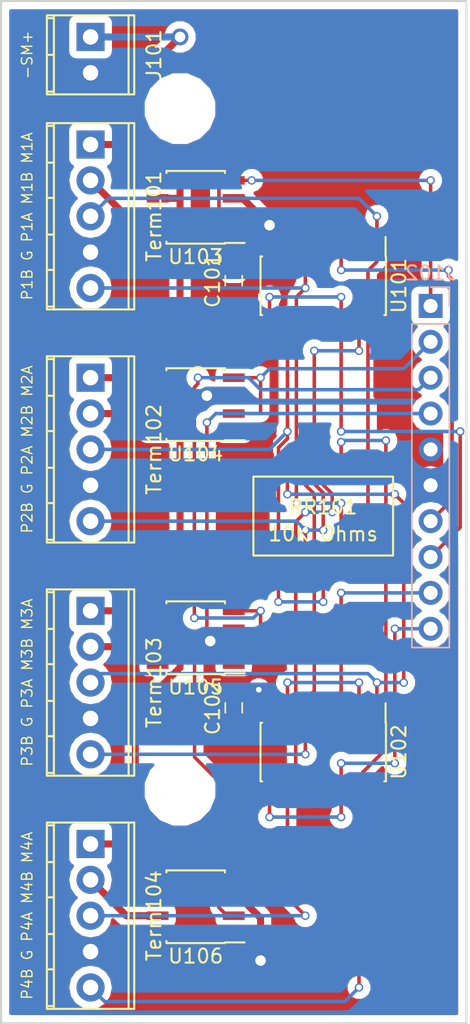
<source format=kicad_pcb>
(kicad_pcb (version 4) (host pcbnew 4.0.7+dfsg1-1ubuntu2)

  (general
    (links 66)
    (no_connects 0)
    (area 25.324999 16.35 77.7 97.865001)
    (thickness 1.6)
    (drawings 11)
    (tracks 272)
    (zones 0)
    (modules 17)
    (nets 37)
  )

  (page A4)
  (layers
    (0 F.Cu signal)
    (31 B.Cu signal)
    (32 B.Adhes user)
    (33 F.Adhes user)
    (34 B.Paste user)
    (35 F.Paste user)
    (36 B.SilkS user)
    (37 F.SilkS user)
    (38 B.Mask user)
    (39 F.Mask user)
    (40 Dwgs.User user hide)
    (41 Cmts.User user)
    (42 Eco1.User user)
    (43 Eco2.User user)
    (44 Edge.Cuts user)
    (45 Margin user)
    (46 B.CrtYd user)
    (47 F.CrtYd user)
    (48 B.Fab user)
    (49 F.Fab user)
  )

  (setup
    (last_trace_width 0.25)
    (user_trace_width 0.5)
    (user_trace_width 0.75)
    (user_trace_width 1)
    (user_trace_width 1.25)
    (trace_clearance 0.15)
    (zone_clearance 0.508)
    (zone_45_only no)
    (trace_min 0.2)
    (segment_width 0.2)
    (edge_width 0.15)
    (via_size 0.6)
    (via_drill 0.4)
    (via_min_size 0.4)
    (via_min_drill 0.3)
    (user_via 1 0.5)
    (user_via 1.2 0.75)
    (user_via 1.5 1)
    (user_via 1.75 1.25)
    (uvia_size 0.3)
    (uvia_drill 0.1)
    (uvias_allowed no)
    (uvia_min_size 0.2)
    (uvia_min_drill 0.1)
    (pcb_text_width 0.3)
    (pcb_text_size 1.5 1.5)
    (mod_edge_width 0.15)
    (mod_text_size 1 1)
    (mod_text_width 0.15)
    (pad_size 1.524 1.524)
    (pad_drill 0.762)
    (pad_to_mask_clearance 0.2)
    (aux_axis_origin 0 0)
    (visible_elements FFFFFF7F)
    (pcbplotparams
      (layerselection 0x00030_80000001)
      (usegerberextensions false)
      (excludeedgelayer true)
      (linewidth 0.100000)
      (plotframeref false)
      (viasonmask false)
      (mode 1)
      (useauxorigin false)
      (hpglpennumber 1)
      (hpglpenspeed 20)
      (hpglpendiameter 15)
      (hpglpenoverlay 2)
      (psnegative false)
      (psa4output false)
      (plotreference true)
      (plotvalue true)
      (plotinvisibletext false)
      (padsonsilk false)
      (subtractmaskfromsilk false)
      (outputformat 1)
      (mirror false)
      (drillshape 1)
      (scaleselection 1)
      (outputdirectory ""))
  )

  (net 0 "")
  (net 1 GND)
  (net 2 +3V3)
  (net 3 SMPower)
  (net 4 /Motor1)
  (net 5 /Motor2)
  (net 6 /Motor3)
  (net 7 /Motor4)
  (net 8 /Points1)
  (net 9 /Points2)
  (net 10 /Points3)
  (net 11 /Points4)
  (net 12 "Net-(RR101-Pad1)")
  (net 13 "Net-(RR101-Pad2)")
  (net 14 /P2B)
  (net 15 /P2A)
  (net 16 /P1B)
  (net 17 /P1A)
  (net 18 "Net-(RR101-Pad7)")
  (net 19 "Net-(RR101-Pad8)")
  (net 20 "Net-(RR101-Pad9)")
  (net 21 /P4B)
  (net 22 /P4A)
  (net 23 /P3B)
  (net 24 /P3A)
  (net 25 /M1A)
  (net 26 /M1B)
  (net 27 /M2A)
  (net 28 /M2B)
  (net 29 /M3A)
  (net 30 /M3B)
  (net 31 /M4A)
  (net 32 /M4B)
  (net 33 "Net-(U101-Pad2)")
  (net 34 "Net-(U101-Pad10)")
  (net 35 "Net-(U102-Pad2)")
  (net 36 "Net-(U102-Pad10)")

  (net_class Default "This is the default net class."
    (clearance 0.15)
    (trace_width 0.25)
    (via_dia 0.6)
    (via_drill 0.4)
    (uvia_dia 0.3)
    (uvia_drill 0.1)
    (add_net +3V3)
    (add_net /M1A)
    (add_net /M1B)
    (add_net /M2A)
    (add_net /M2B)
    (add_net /M3A)
    (add_net /M3B)
    (add_net /M4A)
    (add_net /M4B)
    (add_net /Motor1)
    (add_net /Motor2)
    (add_net /Motor3)
    (add_net /Motor4)
    (add_net /P1A)
    (add_net /P1B)
    (add_net /P2A)
    (add_net /P2B)
    (add_net /P3A)
    (add_net /P3B)
    (add_net /P4A)
    (add_net /P4B)
    (add_net /Points1)
    (add_net /Points2)
    (add_net /Points3)
    (add_net /Points4)
    (add_net GND)
    (add_net "Net-(RR101-Pad1)")
    (add_net "Net-(RR101-Pad2)")
    (add_net "Net-(RR101-Pad7)")
    (add_net "Net-(RR101-Pad8)")
    (add_net "Net-(RR101-Pad9)")
    (add_net "Net-(U101-Pad10)")
    (add_net "Net-(U101-Pad2)")
    (add_net "Net-(U102-Pad10)")
    (add_net "Net-(U102-Pad2)")
    (add_net SMPower)
  )

  (module Mounting_Holes:MountingHole_4mm (layer F.Cu) (tedit 63F4F7C7) (tstamp 63FD45A5)
    (at 38.1 81.28)
    (descr "Mounting Hole 4mm, no annular")
    (tags "mounting hole 4mm no annular")
    (fp_text reference REF** (at 0 -5) (layer F.SilkS) hide
      (effects (font (size 1 1) (thickness 0.15)))
    )
    (fp_text value MountingHole_4mm (at 0 5) (layer F.Fab) hide
      (effects (font (size 1 1) (thickness 0.15)))
    )
    (fp_circle (center 0 0) (end 4 0) (layer Cmts.User) (width 0.15))
    (fp_circle (center 0 0) (end 4.25 0) (layer F.CrtYd) (width 0.05))
    (pad 1 np_thru_hole circle (at 0 0) (size 4 4) (drill 4) (layers *.Cu *.Mask))
  )

  (module Capacitors_SMD:C_0603 (layer F.Cu) (tedit 59958EE7) (tstamp 63F63C9C)
    (at 41.91 45.2 90)
    (descr "Capacitor SMD 0603, reflow soldering, AVX (see smccp.pdf)")
    (tags "capacitor 0603")
    (path /63EA0E42)
    (attr smd)
    (fp_text reference C101 (at 0 -1.5 90) (layer F.SilkS)
      (effects (font (size 1 1) (thickness 0.15)))
    )
    (fp_text value ".1 uf" (at 0 1.5 90) (layer F.Fab)
      (effects (font (size 1 1) (thickness 0.15)))
    )
    (fp_line (start 1.4 0.65) (end -1.4 0.65) (layer F.CrtYd) (width 0.05))
    (fp_line (start 1.4 0.65) (end 1.4 -0.65) (layer F.CrtYd) (width 0.05))
    (fp_line (start -1.4 -0.65) (end -1.4 0.65) (layer F.CrtYd) (width 0.05))
    (fp_line (start -1.4 -0.65) (end 1.4 -0.65) (layer F.CrtYd) (width 0.05))
    (fp_line (start 0.35 0.6) (end -0.35 0.6) (layer F.SilkS) (width 0.12))
    (fp_line (start -0.35 -0.6) (end 0.35 -0.6) (layer F.SilkS) (width 0.12))
    (fp_line (start -0.8 -0.4) (end 0.8 -0.4) (layer F.Fab) (width 0.1))
    (fp_line (start 0.8 -0.4) (end 0.8 0.4) (layer F.Fab) (width 0.1))
    (fp_line (start 0.8 0.4) (end -0.8 0.4) (layer F.Fab) (width 0.1))
    (fp_line (start -0.8 0.4) (end -0.8 -0.4) (layer F.Fab) (width 0.1))
    (fp_text user %R (at 0 0 90) (layer F.Fab)
      (effects (font (size 0.3 0.3) (thickness 0.075)))
    )
    (pad 2 smd rect (at 0.75 0 90) (size 0.8 0.75) (layers F.Cu F.Paste F.Mask)
      (net 1 GND))
    (pad 1 smd rect (at -0.75 0 90) (size 0.8 0.75) (layers F.Cu F.Paste F.Mask)
      (net 2 +3V3))
    (model Capacitors_SMD.3dshapes/C_0603.wrl
      (at (xyz 0 0 0))
      (scale (xyz 1 1 1))
      (rotate (xyz 0 0 0))
    )
  )

  (module Capacitors_SMD:C_0603 (layer F.Cu) (tedit 59958EE7) (tstamp 63F63CAD)
    (at 41.91 75.45 90)
    (descr "Capacitor SMD 0603, reflow soldering, AVX (see smccp.pdf)")
    (tags "capacitor 0603")
    (path /63EA0E43)
    (attr smd)
    (fp_text reference C102 (at 0 -1.5 90) (layer F.SilkS)
      (effects (font (size 1 1) (thickness 0.15)))
    )
    (fp_text value ".1 uf" (at 0 1.5 90) (layer F.Fab)
      (effects (font (size 1 1) (thickness 0.15)))
    )
    (fp_line (start 1.4 0.65) (end -1.4 0.65) (layer F.CrtYd) (width 0.05))
    (fp_line (start 1.4 0.65) (end 1.4 -0.65) (layer F.CrtYd) (width 0.05))
    (fp_line (start -1.4 -0.65) (end -1.4 0.65) (layer F.CrtYd) (width 0.05))
    (fp_line (start -1.4 -0.65) (end 1.4 -0.65) (layer F.CrtYd) (width 0.05))
    (fp_line (start 0.35 0.6) (end -0.35 0.6) (layer F.SilkS) (width 0.12))
    (fp_line (start -0.35 -0.6) (end 0.35 -0.6) (layer F.SilkS) (width 0.12))
    (fp_line (start -0.8 -0.4) (end 0.8 -0.4) (layer F.Fab) (width 0.1))
    (fp_line (start 0.8 -0.4) (end 0.8 0.4) (layer F.Fab) (width 0.1))
    (fp_line (start 0.8 0.4) (end -0.8 0.4) (layer F.Fab) (width 0.1))
    (fp_line (start -0.8 0.4) (end -0.8 -0.4) (layer F.Fab) (width 0.1))
    (fp_text user %R (at 0 0 90) (layer F.Fab)
      (effects (font (size 0.3 0.3) (thickness 0.075)))
    )
    (pad 2 smd rect (at 0.75 0 90) (size 0.8 0.75) (layers F.Cu F.Paste F.Mask)
      (net 1 GND))
    (pad 1 smd rect (at -0.75 0 90) (size 0.8 0.75) (layers F.Cu F.Paste F.Mask)
      (net 2 +3V3))
    (model Capacitors_SMD.3dshapes/C_0603.wrl
      (at (xyz 0 0 0))
      (scale (xyz 1 1 1))
      (rotate (xyz 0 0 0))
    )
  )

  (module Connectors_Terminal_Blocks:TerminalBlock_Pheonix_MPT-2.54mm_2pol (layer F.Cu) (tedit 63E93059) (tstamp 63F63CC0)
    (at 31.75 27.94 270)
    (descr "2-way 2.54mm pitch terminal block, Phoenix MPT series")
    (path /63EA0E5E)
    (fp_text reference J101 (at 1.27 -4.50088 270) (layer F.SilkS)
      (effects (font (size 1 1) (thickness 0.15)))
    )
    (fp_text value -SM+ (at 1.27 4.50088 270) (layer F.SilkS)
      (effects (font (size 0.75 0.75) (thickness 0.1)))
    )
    (fp_line (start -1.7 -3.3) (end 4.3 -3.3) (layer F.CrtYd) (width 0.05))
    (fp_line (start -1.7 3.3) (end -1.7 -3.3) (layer F.CrtYd) (width 0.05))
    (fp_line (start 4.3 3.3) (end -1.7 3.3) (layer F.CrtYd) (width 0.05))
    (fp_line (start 4.3 -3.3) (end 4.3 3.3) (layer F.CrtYd) (width 0.05))
    (fp_line (start 4.06908 2.60096) (end -1.52908 2.60096) (layer F.SilkS) (width 0.15))
    (fp_line (start -1.33096 3.0988) (end -1.33096 2.60096) (layer F.SilkS) (width 0.15))
    (fp_line (start 3.87096 2.60096) (end 3.87096 3.0988) (layer F.SilkS) (width 0.15))
    (fp_line (start 1.27 3.0988) (end 1.27 2.60096) (layer F.SilkS) (width 0.15))
    (fp_line (start -1.52908 -2.70002) (end 4.06908 -2.70002) (layer F.SilkS) (width 0.15))
    (fp_line (start -1.52908 3.0988) (end 4.06908 3.0988) (layer F.SilkS) (width 0.15))
    (fp_line (start 4.06908 3.0988) (end 4.06908 -3.0988) (layer F.SilkS) (width 0.15))
    (fp_line (start 4.06908 -3.0988) (end -1.52908 -3.0988) (layer F.SilkS) (width 0.15))
    (fp_line (start -1.52908 -3.0988) (end -1.52908 3.0988) (layer F.SilkS) (width 0.15))
    (pad 2 thru_hole oval (at 2.54 0 270) (size 1.99898 1.99898) (drill 1.09728) (layers *.Cu *.Mask)
      (net 1 GND))
    (pad 1 thru_hole rect (at 0 0 270) (size 1.99898 1.99898) (drill 1.09728) (layers *.Cu *.Mask)
      (net 3 SMPower))
    (model Terminal_Blocks.3dshapes/TerminalBlock_Pheonix_MPT-2.54mm_2pol.wrl
      (at (xyz 0.05 0 0))
      (scale (xyz 1 1 1))
      (rotate (xyz 0 0 0))
    )
  )

  (module Pin_Headers:Pin_Header_Straight_1x10_Pitch2.54mm (layer B.Cu) (tedit 59650532) (tstamp 63F63CDE)
    (at 55.88 46.99 180)
    (descr "Through hole straight pin header, 1x10, 2.54mm pitch, single row")
    (tags "Through hole pin header THT 1x10 2.54mm single row")
    (path /63EA0E60)
    (fp_text reference J102 (at 0 2.33 180) (layer B.SilkS)
      (effects (font (size 1 1) (thickness 0.15)) (justify mirror))
    )
    (fp_text value IO_Port (at 0 -25.19 180) (layer B.Fab)
      (effects (font (size 1 1) (thickness 0.15)) (justify mirror))
    )
    (fp_line (start -0.635 1.27) (end 1.27 1.27) (layer B.Fab) (width 0.1))
    (fp_line (start 1.27 1.27) (end 1.27 -24.13) (layer B.Fab) (width 0.1))
    (fp_line (start 1.27 -24.13) (end -1.27 -24.13) (layer B.Fab) (width 0.1))
    (fp_line (start -1.27 -24.13) (end -1.27 0.635) (layer B.Fab) (width 0.1))
    (fp_line (start -1.27 0.635) (end -0.635 1.27) (layer B.Fab) (width 0.1))
    (fp_line (start -1.33 -24.19) (end 1.33 -24.19) (layer B.SilkS) (width 0.12))
    (fp_line (start -1.33 -1.27) (end -1.33 -24.19) (layer B.SilkS) (width 0.12))
    (fp_line (start 1.33 -1.27) (end 1.33 -24.19) (layer B.SilkS) (width 0.12))
    (fp_line (start -1.33 -1.27) (end 1.33 -1.27) (layer B.SilkS) (width 0.12))
    (fp_line (start -1.33 0) (end -1.33 1.33) (layer B.SilkS) (width 0.12))
    (fp_line (start -1.33 1.33) (end 0 1.33) (layer B.SilkS) (width 0.12))
    (fp_line (start -1.8 1.8) (end -1.8 -24.65) (layer B.CrtYd) (width 0.05))
    (fp_line (start -1.8 -24.65) (end 1.8 -24.65) (layer B.CrtYd) (width 0.05))
    (fp_line (start 1.8 -24.65) (end 1.8 1.8) (layer B.CrtYd) (width 0.05))
    (fp_line (start 1.8 1.8) (end -1.8 1.8) (layer B.CrtYd) (width 0.05))
    (fp_text user %R (at 0 -11.43 450) (layer B.Fab)
      (effects (font (size 1 1) (thickness 0.15)) (justify mirror))
    )
    (pad 1 thru_hole rect (at 0 0 180) (size 1.7 1.7) (drill 1) (layers *.Cu *.Mask)
      (net 4 /Motor1))
    (pad 2 thru_hole oval (at 0 -2.54 180) (size 1.7 1.7) (drill 1) (layers *.Cu *.Mask)
      (net 5 /Motor2))
    (pad 3 thru_hole oval (at 0 -5.08 180) (size 1.7 1.7) (drill 1) (layers *.Cu *.Mask)
      (net 6 /Motor3))
    (pad 4 thru_hole oval (at 0 -7.62 180) (size 1.7 1.7) (drill 1) (layers *.Cu *.Mask)
      (net 7 /Motor4))
    (pad 5 thru_hole oval (at 0 -10.16 180) (size 1.7 1.7) (drill 1) (layers *.Cu *.Mask)
      (net 2 +3V3))
    (pad 6 thru_hole oval (at 0 -12.7 180) (size 1.7 1.7) (drill 1) (layers *.Cu *.Mask)
      (net 1 GND))
    (pad 7 thru_hole oval (at 0 -15.24 180) (size 1.7 1.7) (drill 1) (layers *.Cu *.Mask)
      (net 8 /Points1))
    (pad 8 thru_hole oval (at 0 -17.78 180) (size 1.7 1.7) (drill 1) (layers *.Cu *.Mask)
      (net 9 /Points2))
    (pad 9 thru_hole oval (at 0 -20.32 180) (size 1.7 1.7) (drill 1) (layers *.Cu *.Mask)
      (net 10 /Points3))
    (pad 10 thru_hole oval (at 0 -22.86 180) (size 1.7 1.7) (drill 1) (layers *.Cu *.Mask)
      (net 11 /Points4))
    (model ${KISYS3DMOD}/Pin_Headers.3dshapes/Pin_Header_Straight_1x10_Pitch2.54mm.wrl
      (at (xyz 0 0 0))
      (scale (xyz 1 1 1))
      (rotate (xyz 0 0 0))
    )
  )

  (module 48xxP:4814P (layer F.Cu) (tedit 5E4B486B) (tstamp 63F63CF4)
    (at 48.26 61.87)
    (path /63EA0E41)
    (fp_text reference RR101 (at 0 -0.635) (layer F.SilkS)
      (effects (font (size 1 1) (thickness 0.15)))
    )
    (fp_text value "10K Ohms" (at 0 1.27) (layer F.SilkS)
      (effects (font (size 1 1) (thickness 0.15)))
    )
    (fp_line (start -4.955 -2.795) (end 4.955 -2.795) (layer F.SilkS) (width 0.15))
    (fp_line (start 4.955 -2.795) (end 4.955 2.795) (layer F.SilkS) (width 0.15))
    (fp_line (start 4.955 2.795) (end -4.955 2.795) (layer F.SilkS) (width 0.15))
    (fp_line (start -4.955 2.795) (end -4.955 -2.795) (layer F.SilkS) (width 0.15))
    (pad 1 smd rect (at -3.81 3.45) (size 0.63 2) (layers F.Cu F.Paste F.Mask)
      (net 12 "Net-(RR101-Pad1)"))
    (pad 2 smd rect (at -2.54 3.45) (size 0.63 2) (layers F.Cu F.Paste F.Mask)
      (net 13 "Net-(RR101-Pad2)"))
    (pad 3 smd rect (at -1.27 3.45) (size 0.63 2) (layers F.Cu F.Paste F.Mask)
      (net 14 /P2B))
    (pad 4 smd rect (at 0 3.45) (size 0.63 2) (layers F.Cu F.Paste F.Mask)
      (net 15 /P2A))
    (pad 5 smd rect (at 1.27 3.45) (size 0.63 2) (layers F.Cu F.Paste F.Mask)
      (net 16 /P1B))
    (pad 6 smd rect (at 2.54 3.45) (size 0.63 2) (layers F.Cu F.Paste F.Mask)
      (net 17 /P1A))
    (pad 7 smd rect (at 3.81 3.45) (size 0.63 2) (layers F.Cu F.Paste F.Mask)
      (net 18 "Net-(RR101-Pad7)"))
    (pad 8 smd rect (at 3.81 -3.45) (size 0.63 2) (layers F.Cu F.Paste F.Mask)
      (net 19 "Net-(RR101-Pad8)"))
    (pad 9 smd rect (at 2.54 -3.45) (size 0.63 2) (layers F.Cu F.Paste F.Mask)
      (net 20 "Net-(RR101-Pad9)"))
    (pad 10 smd rect (at 1.27 -3.45) (size 0.63 2) (layers F.Cu F.Paste F.Mask)
      (net 21 /P4B))
    (pad 11 smd rect (at 0 -3.45) (size 0.63 2) (layers F.Cu F.Paste F.Mask)
      (net 22 /P4A))
    (pad 12 smd rect (at -1.27 -3.45) (size 0.63 2) (layers F.Cu F.Paste F.Mask)
      (net 23 /P3B))
    (pad 13 smd rect (at -2.54 -3.45) (size 0.63 2) (layers F.Cu F.Paste F.Mask)
      (net 24 /P3A))
    (pad 14 smd rect (at -3.81 -3.45) (size 0.63 2) (layers F.Cu F.Paste F.Mask)
      (net 2 +3V3))
  )

  (module Connectors_Terminal_Blocks:TerminalBlock_Pheonix_MPT-2.54mm_5pol (layer F.Cu) (tedit 63E93019) (tstamp 63F63D0D)
    (at 31.75 35.56 270)
    (descr "5-way 2.54mm pitch terminal block, Phoenix MPT series")
    (path /63EA0E4C)
    (fp_text reference Term101 (at 5.08 -4.50088 270) (layer F.SilkS)
      (effects (font (size 1 1) (thickness 0.15)))
    )
    (fp_text value "P1B G P1A M1B M1A" (at 5.08 4.50088 270) (layer F.SilkS)
      (effects (font (size 0.75 0.75) (thickness 0.1)))
    )
    (fp_line (start -1.778 -3.302) (end 11.938 -3.302) (layer F.CrtYd) (width 0.05))
    (fp_line (start -1.778 3.302) (end -1.778 -3.302) (layer F.CrtYd) (width 0.05))
    (fp_line (start 11.938 3.302) (end -1.778 3.302) (layer F.CrtYd) (width 0.05))
    (fp_line (start 11.938 -3.302) (end 11.938 3.302) (layer F.CrtYd) (width 0.05))
    (fp_line (start 8.87984 2.60096) (end 8.87984 3.0988) (layer F.SilkS) (width 0.15))
    (fp_line (start 11.67892 3.0988) (end -1.51892 3.0988) (layer F.SilkS) (width 0.15))
    (fp_line (start -1.51892 2.60096) (end 11.67892 2.60096) (layer F.SilkS) (width 0.15))
    (fp_line (start -1.51892 -2.70002) (end 11.67892 -2.70002) (layer F.SilkS) (width 0.15))
    (fp_line (start 11.67892 -3.0988) (end -1.51892 -3.0988) (layer F.SilkS) (width 0.15))
    (fp_line (start 6.37794 2.60096) (end 6.37794 3.0988) (layer F.SilkS) (width 0.15))
    (fp_line (start 3.77952 2.60096) (end 3.77952 3.0988) (layer F.SilkS) (width 0.15))
    (fp_line (start -1.31826 3.0988) (end -1.31826 2.60096) (layer F.SilkS) (width 0.15))
    (fp_line (start 11.47826 2.60096) (end 11.47826 3.0988) (layer F.SilkS) (width 0.15))
    (fp_line (start 1.2827 3.0988) (end 1.2827 2.60096) (layer F.SilkS) (width 0.15))
    (fp_line (start 11.67638 3.0988) (end 11.67638 -3.0988) (layer F.SilkS) (width 0.15))
    (fp_line (start -1.51638 -3.0988) (end -1.51638 3.0988) (layer F.SilkS) (width 0.15))
    (pad 4 thru_hole oval (at 7.62 0 90) (size 1.99898 1.99898) (drill 1.09728) (layers *.Cu *.Mask)
      (net 1 GND))
    (pad 1 thru_hole rect (at 0 0 90) (size 1.99898 1.99898) (drill 1.09728) (layers *.Cu *.Mask)
      (net 25 /M1A))
    (pad 2 thru_hole oval (at 2.54 0 90) (size 1.99898 1.99898) (drill 1.09728) (layers *.Cu *.Mask)
      (net 26 /M1B))
    (pad 3 thru_hole oval (at 5.08 0 90) (size 1.99898 1.99898) (drill 1.09728) (layers *.Cu *.Mask)
      (net 17 /P1A))
    (pad 5 thru_hole oval (at 10.16 0 90) (size 1.99898 1.99898) (drill 1.09728) (layers *.Cu *.Mask)
      (net 16 /P1B))
    (model Terminal_Blocks.3dshapes/TerminalBlock_Pheonix_MPT-2.54mm_5pol.wrl
      (at (xyz 0.2 0 0))
      (scale (xyz 1 1 1))
      (rotate (xyz 0 0 0))
    )
  )

  (module Connectors_Terminal_Blocks:TerminalBlock_Pheonix_MPT-2.54mm_5pol (layer F.Cu) (tedit 63E93027) (tstamp 63F63D26)
    (at 31.75 52.07 270)
    (descr "5-way 2.54mm pitch terminal block, Phoenix MPT series")
    (path /63EA0E4D)
    (fp_text reference Term102 (at 5.08 -4.50088 270) (layer F.SilkS)
      (effects (font (size 1 1) (thickness 0.15)))
    )
    (fp_text value "P2B G P2A M2B M2A" (at 5.08 4.50088 270) (layer F.SilkS)
      (effects (font (size 0.75 0.75) (thickness 0.1)))
    )
    (fp_line (start -1.778 -3.302) (end 11.938 -3.302) (layer F.CrtYd) (width 0.05))
    (fp_line (start -1.778 3.302) (end -1.778 -3.302) (layer F.CrtYd) (width 0.05))
    (fp_line (start 11.938 3.302) (end -1.778 3.302) (layer F.CrtYd) (width 0.05))
    (fp_line (start 11.938 -3.302) (end 11.938 3.302) (layer F.CrtYd) (width 0.05))
    (fp_line (start 8.87984 2.60096) (end 8.87984 3.0988) (layer F.SilkS) (width 0.15))
    (fp_line (start 11.67892 3.0988) (end -1.51892 3.0988) (layer F.SilkS) (width 0.15))
    (fp_line (start -1.51892 2.60096) (end 11.67892 2.60096) (layer F.SilkS) (width 0.15))
    (fp_line (start -1.51892 -2.70002) (end 11.67892 -2.70002) (layer F.SilkS) (width 0.15))
    (fp_line (start 11.67892 -3.0988) (end -1.51892 -3.0988) (layer F.SilkS) (width 0.15))
    (fp_line (start 6.37794 2.60096) (end 6.37794 3.0988) (layer F.SilkS) (width 0.15))
    (fp_line (start 3.77952 2.60096) (end 3.77952 3.0988) (layer F.SilkS) (width 0.15))
    (fp_line (start -1.31826 3.0988) (end -1.31826 2.60096) (layer F.SilkS) (width 0.15))
    (fp_line (start 11.47826 2.60096) (end 11.47826 3.0988) (layer F.SilkS) (width 0.15))
    (fp_line (start 1.2827 3.0988) (end 1.2827 2.60096) (layer F.SilkS) (width 0.15))
    (fp_line (start 11.67638 3.0988) (end 11.67638 -3.0988) (layer F.SilkS) (width 0.15))
    (fp_line (start -1.51638 -3.0988) (end -1.51638 3.0988) (layer F.SilkS) (width 0.15))
    (pad 4 thru_hole oval (at 7.62 0 90) (size 1.99898 1.99898) (drill 1.09728) (layers *.Cu *.Mask)
      (net 1 GND))
    (pad 1 thru_hole rect (at 0 0 90) (size 1.99898 1.99898) (drill 1.09728) (layers *.Cu *.Mask)
      (net 27 /M2A))
    (pad 2 thru_hole oval (at 2.54 0 90) (size 1.99898 1.99898) (drill 1.09728) (layers *.Cu *.Mask)
      (net 28 /M2B))
    (pad 3 thru_hole oval (at 5.08 0 90) (size 1.99898 1.99898) (drill 1.09728) (layers *.Cu *.Mask)
      (net 15 /P2A))
    (pad 5 thru_hole oval (at 10.16 0 90) (size 1.99898 1.99898) (drill 1.09728) (layers *.Cu *.Mask)
      (net 14 /P2B))
    (model Terminal_Blocks.3dshapes/TerminalBlock_Pheonix_MPT-2.54mm_5pol.wrl
      (at (xyz 0.2 0 0))
      (scale (xyz 1 1 1))
      (rotate (xyz 0 0 0))
    )
  )

  (module Connectors_Terminal_Blocks:TerminalBlock_Pheonix_MPT-2.54mm_5pol (layer F.Cu) (tedit 63E93034) (tstamp 63F63D3F)
    (at 31.75 68.58 270)
    (descr "5-way 2.54mm pitch terminal block, Phoenix MPT series")
    (path /63EA0E4E)
    (fp_text reference Term103 (at 5.08 -4.50088 270) (layer F.SilkS)
      (effects (font (size 1 1) (thickness 0.15)))
    )
    (fp_text value "P3B G P3A M3B M3A" (at 5.08 4.50088 270) (layer F.SilkS)
      (effects (font (size 0.75 0.75) (thickness 0.1)))
    )
    (fp_line (start -1.778 -3.302) (end 11.938 -3.302) (layer F.CrtYd) (width 0.05))
    (fp_line (start -1.778 3.302) (end -1.778 -3.302) (layer F.CrtYd) (width 0.05))
    (fp_line (start 11.938 3.302) (end -1.778 3.302) (layer F.CrtYd) (width 0.05))
    (fp_line (start 11.938 -3.302) (end 11.938 3.302) (layer F.CrtYd) (width 0.05))
    (fp_line (start 8.87984 2.60096) (end 8.87984 3.0988) (layer F.SilkS) (width 0.15))
    (fp_line (start 11.67892 3.0988) (end -1.51892 3.0988) (layer F.SilkS) (width 0.15))
    (fp_line (start -1.51892 2.60096) (end 11.67892 2.60096) (layer F.SilkS) (width 0.15))
    (fp_line (start -1.51892 -2.70002) (end 11.67892 -2.70002) (layer F.SilkS) (width 0.15))
    (fp_line (start 11.67892 -3.0988) (end -1.51892 -3.0988) (layer F.SilkS) (width 0.15))
    (fp_line (start 6.37794 2.60096) (end 6.37794 3.0988) (layer F.SilkS) (width 0.15))
    (fp_line (start 3.77952 2.60096) (end 3.77952 3.0988) (layer F.SilkS) (width 0.15))
    (fp_line (start -1.31826 3.0988) (end -1.31826 2.60096) (layer F.SilkS) (width 0.15))
    (fp_line (start 11.47826 2.60096) (end 11.47826 3.0988) (layer F.SilkS) (width 0.15))
    (fp_line (start 1.2827 3.0988) (end 1.2827 2.60096) (layer F.SilkS) (width 0.15))
    (fp_line (start 11.67638 3.0988) (end 11.67638 -3.0988) (layer F.SilkS) (width 0.15))
    (fp_line (start -1.51638 -3.0988) (end -1.51638 3.0988) (layer F.SilkS) (width 0.15))
    (pad 4 thru_hole oval (at 7.62 0 90) (size 1.99898 1.99898) (drill 1.09728) (layers *.Cu *.Mask)
      (net 1 GND))
    (pad 1 thru_hole rect (at 0 0 90) (size 1.99898 1.99898) (drill 1.09728) (layers *.Cu *.Mask)
      (net 29 /M3A))
    (pad 2 thru_hole oval (at 2.54 0 90) (size 1.99898 1.99898) (drill 1.09728) (layers *.Cu *.Mask)
      (net 30 /M3B))
    (pad 3 thru_hole oval (at 5.08 0 90) (size 1.99898 1.99898) (drill 1.09728) (layers *.Cu *.Mask)
      (net 24 /P3A))
    (pad 5 thru_hole oval (at 10.16 0 90) (size 1.99898 1.99898) (drill 1.09728) (layers *.Cu *.Mask)
      (net 23 /P3B))
    (model Terminal_Blocks.3dshapes/TerminalBlock_Pheonix_MPT-2.54mm_5pol.wrl
      (at (xyz 0.2 0 0))
      (scale (xyz 1 1 1))
      (rotate (xyz 0 0 0))
    )
  )

  (module Connectors_Terminal_Blocks:TerminalBlock_Pheonix_MPT-2.54mm_5pol (layer F.Cu) (tedit 63E9303F) (tstamp 63F63D58)
    (at 31.75 85.09 270)
    (descr "5-way 2.54mm pitch terminal block, Phoenix MPT series")
    (path /63EA0E4F)
    (fp_text reference Term104 (at 5.08 -4.50088 270) (layer F.SilkS)
      (effects (font (size 1 1) (thickness 0.15)))
    )
    (fp_text value "P4B G P4A M4B M4A" (at 5.08 4.50088 270) (layer F.SilkS)
      (effects (font (size 0.75 0.75) (thickness 0.1)))
    )
    (fp_line (start -1.778 -3.302) (end 11.938 -3.302) (layer F.CrtYd) (width 0.05))
    (fp_line (start -1.778 3.302) (end -1.778 -3.302) (layer F.CrtYd) (width 0.05))
    (fp_line (start 11.938 3.302) (end -1.778 3.302) (layer F.CrtYd) (width 0.05))
    (fp_line (start 11.938 -3.302) (end 11.938 3.302) (layer F.CrtYd) (width 0.05))
    (fp_line (start 8.87984 2.60096) (end 8.87984 3.0988) (layer F.SilkS) (width 0.15))
    (fp_line (start 11.67892 3.0988) (end -1.51892 3.0988) (layer F.SilkS) (width 0.15))
    (fp_line (start -1.51892 2.60096) (end 11.67892 2.60096) (layer F.SilkS) (width 0.15))
    (fp_line (start -1.51892 -2.70002) (end 11.67892 -2.70002) (layer F.SilkS) (width 0.15))
    (fp_line (start 11.67892 -3.0988) (end -1.51892 -3.0988) (layer F.SilkS) (width 0.15))
    (fp_line (start 6.37794 2.60096) (end 6.37794 3.0988) (layer F.SilkS) (width 0.15))
    (fp_line (start 3.77952 2.60096) (end 3.77952 3.0988) (layer F.SilkS) (width 0.15))
    (fp_line (start -1.31826 3.0988) (end -1.31826 2.60096) (layer F.SilkS) (width 0.15))
    (fp_line (start 11.47826 2.60096) (end 11.47826 3.0988) (layer F.SilkS) (width 0.15))
    (fp_line (start 1.2827 3.0988) (end 1.2827 2.60096) (layer F.SilkS) (width 0.15))
    (fp_line (start 11.67638 3.0988) (end 11.67638 -3.0988) (layer F.SilkS) (width 0.15))
    (fp_line (start -1.51638 -3.0988) (end -1.51638 3.0988) (layer F.SilkS) (width 0.15))
    (pad 4 thru_hole oval (at 7.62 0 90) (size 1.99898 1.99898) (drill 1.09728) (layers *.Cu *.Mask)
      (net 1 GND))
    (pad 1 thru_hole rect (at 0 0 90) (size 1.99898 1.99898) (drill 1.09728) (layers *.Cu *.Mask)
      (net 31 /M4A))
    (pad 2 thru_hole oval (at 2.54 0 90) (size 1.99898 1.99898) (drill 1.09728) (layers *.Cu *.Mask)
      (net 32 /M4B))
    (pad 3 thru_hole oval (at 5.08 0 90) (size 1.99898 1.99898) (drill 1.09728) (layers *.Cu *.Mask)
      (net 22 /P4A))
    (pad 5 thru_hole oval (at 10.16 0 90) (size 1.99898 1.99898) (drill 1.09728) (layers *.Cu *.Mask)
      (net 21 /P4B))
    (model Terminal_Blocks.3dshapes/TerminalBlock_Pheonix_MPT-2.54mm_5pol.wrl
      (at (xyz 0.2 0 0))
      (scale (xyz 1 1 1))
      (rotate (xyz 0 0 0))
    )
  )

  (module Housings_SOIC:SOIC-14_3.9x8.7mm_Pitch1.27mm (layer F.Cu) (tedit 58CC8F64) (tstamp 63F63D7B)
    (at 48.26 45.56 270)
    (descr "14-Lead Plastic Small Outline (SL) - Narrow, 3.90 mm Body [SOIC] (see Microchip Packaging Specification 00000049BS.pdf)")
    (tags "SOIC 1.27")
    (path /63EA0E3A)
    (attr smd)
    (fp_text reference U101 (at 0 -5.375 270) (layer F.SilkS)
      (effects (font (size 1 1) (thickness 0.15)))
    )
    (fp_text value 74HCT00 (at 0 5.375 270) (layer F.Fab)
      (effects (font (size 1 1) (thickness 0.15)))
    )
    (fp_text user %R (at 0 0 270) (layer F.Fab)
      (effects (font (size 0.9 0.9) (thickness 0.135)))
    )
    (fp_line (start -0.95 -4.35) (end 1.95 -4.35) (layer F.Fab) (width 0.15))
    (fp_line (start 1.95 -4.35) (end 1.95 4.35) (layer F.Fab) (width 0.15))
    (fp_line (start 1.95 4.35) (end -1.95 4.35) (layer F.Fab) (width 0.15))
    (fp_line (start -1.95 4.35) (end -1.95 -3.35) (layer F.Fab) (width 0.15))
    (fp_line (start -1.95 -3.35) (end -0.95 -4.35) (layer F.Fab) (width 0.15))
    (fp_line (start -3.7 -4.65) (end -3.7 4.65) (layer F.CrtYd) (width 0.05))
    (fp_line (start 3.7 -4.65) (end 3.7 4.65) (layer F.CrtYd) (width 0.05))
    (fp_line (start -3.7 -4.65) (end 3.7 -4.65) (layer F.CrtYd) (width 0.05))
    (fp_line (start -3.7 4.65) (end 3.7 4.65) (layer F.CrtYd) (width 0.05))
    (fp_line (start -2.075 -4.45) (end -2.075 -4.425) (layer F.SilkS) (width 0.15))
    (fp_line (start 2.075 -4.45) (end 2.075 -4.335) (layer F.SilkS) (width 0.15))
    (fp_line (start 2.075 4.45) (end 2.075 4.335) (layer F.SilkS) (width 0.15))
    (fp_line (start -2.075 4.45) (end -2.075 4.335) (layer F.SilkS) (width 0.15))
    (fp_line (start -2.075 -4.45) (end 2.075 -4.45) (layer F.SilkS) (width 0.15))
    (fp_line (start -2.075 4.45) (end 2.075 4.45) (layer F.SilkS) (width 0.15))
    (fp_line (start -2.075 -4.425) (end -3.45 -4.425) (layer F.SilkS) (width 0.15))
    (pad 1 smd rect (at -2.7 -3.81 270) (size 1.5 0.6) (layers F.Cu F.Paste F.Mask)
      (net 17 /P1A))
    (pad 2 smd rect (at -2.7 -2.54 270) (size 1.5 0.6) (layers F.Cu F.Paste F.Mask)
      (net 33 "Net-(U101-Pad2)"))
    (pad 3 smd rect (at -2.7 -1.27 270) (size 1.5 0.6) (layers F.Cu F.Paste F.Mask)
      (net 8 /Points1))
    (pad 4 smd rect (at -2.7 0 270) (size 1.5 0.6) (layers F.Cu F.Paste F.Mask)
      (net 8 /Points1))
    (pad 5 smd rect (at -2.7 1.27 270) (size 1.5 0.6) (layers F.Cu F.Paste F.Mask)
      (net 16 /P1B))
    (pad 6 smd rect (at -2.7 2.54 270) (size 1.5 0.6) (layers F.Cu F.Paste F.Mask)
      (net 33 "Net-(U101-Pad2)"))
    (pad 7 smd rect (at -2.7 3.81 270) (size 1.5 0.6) (layers F.Cu F.Paste F.Mask)
      (net 1 GND))
    (pad 8 smd rect (at 2.7 3.81 270) (size 1.5 0.6) (layers F.Cu F.Paste F.Mask)
      (net 9 /Points2))
    (pad 9 smd rect (at 2.7 2.54 270) (size 1.5 0.6) (layers F.Cu F.Paste F.Mask)
      (net 15 /P2A))
    (pad 10 smd rect (at 2.7 1.27 270) (size 1.5 0.6) (layers F.Cu F.Paste F.Mask)
      (net 34 "Net-(U101-Pad10)"))
    (pad 11 smd rect (at 2.7 0 270) (size 1.5 0.6) (layers F.Cu F.Paste F.Mask)
      (net 34 "Net-(U101-Pad10)"))
    (pad 12 smd rect (at 2.7 -1.27 270) (size 1.5 0.6) (layers F.Cu F.Paste F.Mask)
      (net 9 /Points2))
    (pad 13 smd rect (at 2.7 -2.54 270) (size 1.5 0.6) (layers F.Cu F.Paste F.Mask)
      (net 14 /P2B))
    (pad 14 smd rect (at 2.7 -3.81 270) (size 1.5 0.6) (layers F.Cu F.Paste F.Mask)
      (net 2 +3V3))
    (model ${KISYS3DMOD}/Housings_SOIC.3dshapes/SOIC-14_3.9x8.7mm_Pitch1.27mm.wrl
      (at (xyz 0 0 0))
      (scale (xyz 1 1 1))
      (rotate (xyz 0 0 0))
    )
  )

  (module Housings_SOIC:SOIC-14_3.9x8.7mm_Pitch1.27mm (layer F.Cu) (tedit 58CC8F64) (tstamp 63F63D9E)
    (at 48.26 78.58 270)
    (descr "14-Lead Plastic Small Outline (SL) - Narrow, 3.90 mm Body [SOIC] (see Microchip Packaging Specification 00000049BS.pdf)")
    (tags "SOIC 1.27")
    (path /63EA0E3D)
    (attr smd)
    (fp_text reference U102 (at 0 -5.375 270) (layer F.SilkS)
      (effects (font (size 1 1) (thickness 0.15)))
    )
    (fp_text value 74HCT00 (at 0 5.375 270) (layer F.Fab)
      (effects (font (size 1 1) (thickness 0.15)))
    )
    (fp_text user %R (at 0 0 270) (layer F.Fab)
      (effects (font (size 0.9 0.9) (thickness 0.135)))
    )
    (fp_line (start -0.95 -4.35) (end 1.95 -4.35) (layer F.Fab) (width 0.15))
    (fp_line (start 1.95 -4.35) (end 1.95 4.35) (layer F.Fab) (width 0.15))
    (fp_line (start 1.95 4.35) (end -1.95 4.35) (layer F.Fab) (width 0.15))
    (fp_line (start -1.95 4.35) (end -1.95 -3.35) (layer F.Fab) (width 0.15))
    (fp_line (start -1.95 -3.35) (end -0.95 -4.35) (layer F.Fab) (width 0.15))
    (fp_line (start -3.7 -4.65) (end -3.7 4.65) (layer F.CrtYd) (width 0.05))
    (fp_line (start 3.7 -4.65) (end 3.7 4.65) (layer F.CrtYd) (width 0.05))
    (fp_line (start -3.7 -4.65) (end 3.7 -4.65) (layer F.CrtYd) (width 0.05))
    (fp_line (start -3.7 4.65) (end 3.7 4.65) (layer F.CrtYd) (width 0.05))
    (fp_line (start -2.075 -4.45) (end -2.075 -4.425) (layer F.SilkS) (width 0.15))
    (fp_line (start 2.075 -4.45) (end 2.075 -4.335) (layer F.SilkS) (width 0.15))
    (fp_line (start 2.075 4.45) (end 2.075 4.335) (layer F.SilkS) (width 0.15))
    (fp_line (start -2.075 4.45) (end -2.075 4.335) (layer F.SilkS) (width 0.15))
    (fp_line (start -2.075 -4.45) (end 2.075 -4.45) (layer F.SilkS) (width 0.15))
    (fp_line (start -2.075 4.45) (end 2.075 4.45) (layer F.SilkS) (width 0.15))
    (fp_line (start -2.075 -4.425) (end -3.45 -4.425) (layer F.SilkS) (width 0.15))
    (pad 1 smd rect (at -2.7 -3.81 270) (size 1.5 0.6) (layers F.Cu F.Paste F.Mask)
      (net 24 /P3A))
    (pad 2 smd rect (at -2.7 -2.54 270) (size 1.5 0.6) (layers F.Cu F.Paste F.Mask)
      (net 35 "Net-(U102-Pad2)"))
    (pad 3 smd rect (at -2.7 -1.27 270) (size 1.5 0.6) (layers F.Cu F.Paste F.Mask)
      (net 10 /Points3))
    (pad 4 smd rect (at -2.7 0 270) (size 1.5 0.6) (layers F.Cu F.Paste F.Mask)
      (net 10 /Points3))
    (pad 5 smd rect (at -2.7 1.27 270) (size 1.5 0.6) (layers F.Cu F.Paste F.Mask)
      (net 23 /P3B))
    (pad 6 smd rect (at -2.7 2.54 270) (size 1.5 0.6) (layers F.Cu F.Paste F.Mask)
      (net 35 "Net-(U102-Pad2)"))
    (pad 7 smd rect (at -2.7 3.81 270) (size 1.5 0.6) (layers F.Cu F.Paste F.Mask)
      (net 1 GND))
    (pad 8 smd rect (at 2.7 3.81 270) (size 1.5 0.6) (layers F.Cu F.Paste F.Mask)
      (net 11 /Points4))
    (pad 9 smd rect (at 2.7 2.54 270) (size 1.5 0.6) (layers F.Cu F.Paste F.Mask)
      (net 22 /P4A))
    (pad 10 smd rect (at 2.7 1.27 270) (size 1.5 0.6) (layers F.Cu F.Paste F.Mask)
      (net 36 "Net-(U102-Pad10)"))
    (pad 11 smd rect (at 2.7 0 270) (size 1.5 0.6) (layers F.Cu F.Paste F.Mask)
      (net 36 "Net-(U102-Pad10)"))
    (pad 12 smd rect (at 2.7 -1.27 270) (size 1.5 0.6) (layers F.Cu F.Paste F.Mask)
      (net 11 /Points4))
    (pad 13 smd rect (at 2.7 -2.54 270) (size 1.5 0.6) (layers F.Cu F.Paste F.Mask)
      (net 21 /P4B))
    (pad 14 smd rect (at 2.7 -3.81 270) (size 1.5 0.6) (layers F.Cu F.Paste F.Mask)
      (net 2 +3V3))
    (model ${KISYS3DMOD}/Housings_SOIC.3dshapes/SOIC-14_3.9x8.7mm_Pitch1.27mm.wrl
      (at (xyz 0 0 0))
      (scale (xyz 1 1 1))
      (rotate (xyz 0 0 0))
    )
  )

  (module Housings_SOIC:SOIC-8_3.9x4.9mm_Pitch1.27mm (layer F.Cu) (tedit 58CD0CDA) (tstamp 63F63DBB)
    (at 39.21 40.005 180)
    (descr "8-Lead Plastic Small Outline (SN) - Narrow, 3.90 mm Body [SOIC] (see Microchip Packaging Specification 00000049BS.pdf)")
    (tags "SOIC 1.27")
    (path /63EA0E44)
    (attr smd)
    (fp_text reference U103 (at 0 -3.5 180) (layer F.SilkS)
      (effects (font (size 1 1) (thickness 0.15)))
    )
    (fp_text value TC4428 (at 0 3.5 180) (layer F.Fab)
      (effects (font (size 1 1) (thickness 0.15)))
    )
    (fp_text user %R (at 0 0 180) (layer F.Fab)
      (effects (font (size 1 1) (thickness 0.15)))
    )
    (fp_line (start -0.95 -2.45) (end 1.95 -2.45) (layer F.Fab) (width 0.1))
    (fp_line (start 1.95 -2.45) (end 1.95 2.45) (layer F.Fab) (width 0.1))
    (fp_line (start 1.95 2.45) (end -1.95 2.45) (layer F.Fab) (width 0.1))
    (fp_line (start -1.95 2.45) (end -1.95 -1.45) (layer F.Fab) (width 0.1))
    (fp_line (start -1.95 -1.45) (end -0.95 -2.45) (layer F.Fab) (width 0.1))
    (fp_line (start -3.73 -2.7) (end -3.73 2.7) (layer F.CrtYd) (width 0.05))
    (fp_line (start 3.73 -2.7) (end 3.73 2.7) (layer F.CrtYd) (width 0.05))
    (fp_line (start -3.73 -2.7) (end 3.73 -2.7) (layer F.CrtYd) (width 0.05))
    (fp_line (start -3.73 2.7) (end 3.73 2.7) (layer F.CrtYd) (width 0.05))
    (fp_line (start -2.075 -2.575) (end -2.075 -2.525) (layer F.SilkS) (width 0.15))
    (fp_line (start 2.075 -2.575) (end 2.075 -2.43) (layer F.SilkS) (width 0.15))
    (fp_line (start 2.075 2.575) (end 2.075 2.43) (layer F.SilkS) (width 0.15))
    (fp_line (start -2.075 2.575) (end -2.075 2.43) (layer F.SilkS) (width 0.15))
    (fp_line (start -2.075 -2.575) (end 2.075 -2.575) (layer F.SilkS) (width 0.15))
    (fp_line (start -2.075 2.575) (end 2.075 2.575) (layer F.SilkS) (width 0.15))
    (fp_line (start -2.075 -2.525) (end -3.475 -2.525) (layer F.SilkS) (width 0.15))
    (pad 1 smd rect (at -2.7 -1.905 180) (size 1.55 0.6) (layers F.Cu F.Paste F.Mask))
    (pad 2 smd rect (at -2.7 -0.635 180) (size 1.55 0.6) (layers F.Cu F.Paste F.Mask)
      (net 4 /Motor1))
    (pad 3 smd rect (at -2.7 0.635 180) (size 1.55 0.6) (layers F.Cu F.Paste F.Mask)
      (net 1 GND))
    (pad 4 smd rect (at -2.7 1.905 180) (size 1.55 0.6) (layers F.Cu F.Paste F.Mask)
      (net 4 /Motor1))
    (pad 5 smd rect (at 2.7 1.905 180) (size 1.55 0.6) (layers F.Cu F.Paste F.Mask)
      (net 25 /M1A))
    (pad 6 smd rect (at 2.7 0.635 180) (size 1.55 0.6) (layers F.Cu F.Paste F.Mask)
      (net 3 SMPower))
    (pad 7 smd rect (at 2.7 -0.635 180) (size 1.55 0.6) (layers F.Cu F.Paste F.Mask)
      (net 26 /M1B))
    (pad 8 smd rect (at 2.7 -1.905 180) (size 1.55 0.6) (layers F.Cu F.Paste F.Mask))
    (model ${KISYS3DMOD}/Housings_SOIC.3dshapes/SOIC-8_3.9x4.9mm_Pitch1.27mm.wrl
      (at (xyz 0 0 0))
      (scale (xyz 1 1 1))
      (rotate (xyz 0 0 0))
    )
  )

  (module Housings_SOIC:SOIC-8_3.9x4.9mm_Pitch1.27mm (layer F.Cu) (tedit 58CD0CDA) (tstamp 63F63DD8)
    (at 39.21 53.975 180)
    (descr "8-Lead Plastic Small Outline (SN) - Narrow, 3.90 mm Body [SOIC] (see Microchip Packaging Specification 00000049BS.pdf)")
    (tags "SOIC 1.27")
    (path /63EA0E46)
    (attr smd)
    (fp_text reference U104 (at 0 -3.5 180) (layer F.SilkS)
      (effects (font (size 1 1) (thickness 0.15)))
    )
    (fp_text value TC4428 (at 0 3.5 180) (layer F.Fab)
      (effects (font (size 1 1) (thickness 0.15)))
    )
    (fp_text user %R (at 0 0 180) (layer F.Fab)
      (effects (font (size 1 1) (thickness 0.15)))
    )
    (fp_line (start -0.95 -2.45) (end 1.95 -2.45) (layer F.Fab) (width 0.1))
    (fp_line (start 1.95 -2.45) (end 1.95 2.45) (layer F.Fab) (width 0.1))
    (fp_line (start 1.95 2.45) (end -1.95 2.45) (layer F.Fab) (width 0.1))
    (fp_line (start -1.95 2.45) (end -1.95 -1.45) (layer F.Fab) (width 0.1))
    (fp_line (start -1.95 -1.45) (end -0.95 -2.45) (layer F.Fab) (width 0.1))
    (fp_line (start -3.73 -2.7) (end -3.73 2.7) (layer F.CrtYd) (width 0.05))
    (fp_line (start 3.73 -2.7) (end 3.73 2.7) (layer F.CrtYd) (width 0.05))
    (fp_line (start -3.73 -2.7) (end 3.73 -2.7) (layer F.CrtYd) (width 0.05))
    (fp_line (start -3.73 2.7) (end 3.73 2.7) (layer F.CrtYd) (width 0.05))
    (fp_line (start -2.075 -2.575) (end -2.075 -2.525) (layer F.SilkS) (width 0.15))
    (fp_line (start 2.075 -2.575) (end 2.075 -2.43) (layer F.SilkS) (width 0.15))
    (fp_line (start 2.075 2.575) (end 2.075 2.43) (layer F.SilkS) (width 0.15))
    (fp_line (start -2.075 2.575) (end -2.075 2.43) (layer F.SilkS) (width 0.15))
    (fp_line (start -2.075 -2.575) (end 2.075 -2.575) (layer F.SilkS) (width 0.15))
    (fp_line (start -2.075 2.575) (end 2.075 2.575) (layer F.SilkS) (width 0.15))
    (fp_line (start -2.075 -2.525) (end -3.475 -2.525) (layer F.SilkS) (width 0.15))
    (pad 1 smd rect (at -2.7 -1.905 180) (size 1.55 0.6) (layers F.Cu F.Paste F.Mask))
    (pad 2 smd rect (at -2.7 -0.635 180) (size 1.55 0.6) (layers F.Cu F.Paste F.Mask)
      (net 5 /Motor2))
    (pad 3 smd rect (at -2.7 0.635 180) (size 1.55 0.6) (layers F.Cu F.Paste F.Mask)
      (net 1 GND))
    (pad 4 smd rect (at -2.7 1.905 180) (size 1.55 0.6) (layers F.Cu F.Paste F.Mask)
      (net 5 /Motor2))
    (pad 5 smd rect (at 2.7 1.905 180) (size 1.55 0.6) (layers F.Cu F.Paste F.Mask)
      (net 27 /M2A))
    (pad 6 smd rect (at 2.7 0.635 180) (size 1.55 0.6) (layers F.Cu F.Paste F.Mask)
      (net 3 SMPower))
    (pad 7 smd rect (at 2.7 -0.635 180) (size 1.55 0.6) (layers F.Cu F.Paste F.Mask)
      (net 28 /M2B))
    (pad 8 smd rect (at 2.7 -1.905 180) (size 1.55 0.6) (layers F.Cu F.Paste F.Mask))
    (model ${KISYS3DMOD}/Housings_SOIC.3dshapes/SOIC-8_3.9x4.9mm_Pitch1.27mm.wrl
      (at (xyz 0 0 0))
      (scale (xyz 1 1 1))
      (rotate (xyz 0 0 0))
    )
  )

  (module Housings_SOIC:SOIC-8_3.9x4.9mm_Pitch1.27mm (layer F.Cu) (tedit 58CD0CDA) (tstamp 63F63DF5)
    (at 39.21 70.485 180)
    (descr "8-Lead Plastic Small Outline (SN) - Narrow, 3.90 mm Body [SOIC] (see Microchip Packaging Specification 00000049BS.pdf)")
    (tags "SOIC 1.27")
    (path /63EA0E48)
    (attr smd)
    (fp_text reference U105 (at 0 -3.5 180) (layer F.SilkS)
      (effects (font (size 1 1) (thickness 0.15)))
    )
    (fp_text value TC4428 (at 0 3.5 180) (layer F.Fab)
      (effects (font (size 1 1) (thickness 0.15)))
    )
    (fp_text user %R (at 0 0 180) (layer F.Fab)
      (effects (font (size 1 1) (thickness 0.15)))
    )
    (fp_line (start -0.95 -2.45) (end 1.95 -2.45) (layer F.Fab) (width 0.1))
    (fp_line (start 1.95 -2.45) (end 1.95 2.45) (layer F.Fab) (width 0.1))
    (fp_line (start 1.95 2.45) (end -1.95 2.45) (layer F.Fab) (width 0.1))
    (fp_line (start -1.95 2.45) (end -1.95 -1.45) (layer F.Fab) (width 0.1))
    (fp_line (start -1.95 -1.45) (end -0.95 -2.45) (layer F.Fab) (width 0.1))
    (fp_line (start -3.73 -2.7) (end -3.73 2.7) (layer F.CrtYd) (width 0.05))
    (fp_line (start 3.73 -2.7) (end 3.73 2.7) (layer F.CrtYd) (width 0.05))
    (fp_line (start -3.73 -2.7) (end 3.73 -2.7) (layer F.CrtYd) (width 0.05))
    (fp_line (start -3.73 2.7) (end 3.73 2.7) (layer F.CrtYd) (width 0.05))
    (fp_line (start -2.075 -2.575) (end -2.075 -2.525) (layer F.SilkS) (width 0.15))
    (fp_line (start 2.075 -2.575) (end 2.075 -2.43) (layer F.SilkS) (width 0.15))
    (fp_line (start 2.075 2.575) (end 2.075 2.43) (layer F.SilkS) (width 0.15))
    (fp_line (start -2.075 2.575) (end -2.075 2.43) (layer F.SilkS) (width 0.15))
    (fp_line (start -2.075 -2.575) (end 2.075 -2.575) (layer F.SilkS) (width 0.15))
    (fp_line (start -2.075 2.575) (end 2.075 2.575) (layer F.SilkS) (width 0.15))
    (fp_line (start -2.075 -2.525) (end -3.475 -2.525) (layer F.SilkS) (width 0.15))
    (pad 1 smd rect (at -2.7 -1.905 180) (size 1.55 0.6) (layers F.Cu F.Paste F.Mask))
    (pad 2 smd rect (at -2.7 -0.635 180) (size 1.55 0.6) (layers F.Cu F.Paste F.Mask)
      (net 6 /Motor3))
    (pad 3 smd rect (at -2.7 0.635 180) (size 1.55 0.6) (layers F.Cu F.Paste F.Mask)
      (net 1 GND))
    (pad 4 smd rect (at -2.7 1.905 180) (size 1.55 0.6) (layers F.Cu F.Paste F.Mask)
      (net 6 /Motor3))
    (pad 5 smd rect (at 2.7 1.905 180) (size 1.55 0.6) (layers F.Cu F.Paste F.Mask)
      (net 29 /M3A))
    (pad 6 smd rect (at 2.7 0.635 180) (size 1.55 0.6) (layers F.Cu F.Paste F.Mask)
      (net 3 SMPower))
    (pad 7 smd rect (at 2.7 -0.635 180) (size 1.55 0.6) (layers F.Cu F.Paste F.Mask)
      (net 30 /M3B))
    (pad 8 smd rect (at 2.7 -1.905 180) (size 1.55 0.6) (layers F.Cu F.Paste F.Mask))
    (model ${KISYS3DMOD}/Housings_SOIC.3dshapes/SOIC-8_3.9x4.9mm_Pitch1.27mm.wrl
      (at (xyz 0 0 0))
      (scale (xyz 1 1 1))
      (rotate (xyz 0 0 0))
    )
  )

  (module Housings_SOIC:SOIC-8_3.9x4.9mm_Pitch1.27mm (layer F.Cu) (tedit 58CD0CDA) (tstamp 63F63E12)
    (at 39.21 89.535 180)
    (descr "8-Lead Plastic Small Outline (SN) - Narrow, 3.90 mm Body [SOIC] (see Microchip Packaging Specification 00000049BS.pdf)")
    (tags "SOIC 1.27")
    (path /63EA0E4A)
    (attr smd)
    (fp_text reference U106 (at 0 -3.5 180) (layer F.SilkS)
      (effects (font (size 1 1) (thickness 0.15)))
    )
    (fp_text value TC4428 (at 0 3.5 180) (layer F.Fab)
      (effects (font (size 1 1) (thickness 0.15)))
    )
    (fp_text user %R (at 0 0 180) (layer F.Fab)
      (effects (font (size 1 1) (thickness 0.15)))
    )
    (fp_line (start -0.95 -2.45) (end 1.95 -2.45) (layer F.Fab) (width 0.1))
    (fp_line (start 1.95 -2.45) (end 1.95 2.45) (layer F.Fab) (width 0.1))
    (fp_line (start 1.95 2.45) (end -1.95 2.45) (layer F.Fab) (width 0.1))
    (fp_line (start -1.95 2.45) (end -1.95 -1.45) (layer F.Fab) (width 0.1))
    (fp_line (start -1.95 -1.45) (end -0.95 -2.45) (layer F.Fab) (width 0.1))
    (fp_line (start -3.73 -2.7) (end -3.73 2.7) (layer F.CrtYd) (width 0.05))
    (fp_line (start 3.73 -2.7) (end 3.73 2.7) (layer F.CrtYd) (width 0.05))
    (fp_line (start -3.73 -2.7) (end 3.73 -2.7) (layer F.CrtYd) (width 0.05))
    (fp_line (start -3.73 2.7) (end 3.73 2.7) (layer F.CrtYd) (width 0.05))
    (fp_line (start -2.075 -2.575) (end -2.075 -2.525) (layer F.SilkS) (width 0.15))
    (fp_line (start 2.075 -2.575) (end 2.075 -2.43) (layer F.SilkS) (width 0.15))
    (fp_line (start 2.075 2.575) (end 2.075 2.43) (layer F.SilkS) (width 0.15))
    (fp_line (start -2.075 2.575) (end -2.075 2.43) (layer F.SilkS) (width 0.15))
    (fp_line (start -2.075 -2.575) (end 2.075 -2.575) (layer F.SilkS) (width 0.15))
    (fp_line (start -2.075 2.575) (end 2.075 2.575) (layer F.SilkS) (width 0.15))
    (fp_line (start -2.075 -2.525) (end -3.475 -2.525) (layer F.SilkS) (width 0.15))
    (pad 1 smd rect (at -2.7 -1.905 180) (size 1.55 0.6) (layers F.Cu F.Paste F.Mask))
    (pad 2 smd rect (at -2.7 -0.635 180) (size 1.55 0.6) (layers F.Cu F.Paste F.Mask)
      (net 7 /Motor4))
    (pad 3 smd rect (at -2.7 0.635 180) (size 1.55 0.6) (layers F.Cu F.Paste F.Mask)
      (net 1 GND))
    (pad 4 smd rect (at -2.7 1.905 180) (size 1.55 0.6) (layers F.Cu F.Paste F.Mask)
      (net 7 /Motor4))
    (pad 5 smd rect (at 2.7 1.905 180) (size 1.55 0.6) (layers F.Cu F.Paste F.Mask)
      (net 31 /M4A))
    (pad 6 smd rect (at 2.7 0.635 180) (size 1.55 0.6) (layers F.Cu F.Paste F.Mask)
      (net 3 SMPower))
    (pad 7 smd rect (at 2.7 -0.635 180) (size 1.55 0.6) (layers F.Cu F.Paste F.Mask)
      (net 32 /M4B))
    (pad 8 smd rect (at 2.7 -1.905 180) (size 1.55 0.6) (layers F.Cu F.Paste F.Mask))
    (model ${KISYS3DMOD}/Housings_SOIC.3dshapes/SOIC-8_3.9x4.9mm_Pitch1.27mm.wrl
      (at (xyz 0 0 0))
      (scale (xyz 1 1 1))
      (rotate (xyz 0 0 0))
    )
  )

  (module Mounting_Holes:MountingHole_4mm (layer F.Cu) (tedit 63F4F7C7) (tstamp 63FD4590)
    (at 38.1 33.02)
    (descr "Mounting Hole 4mm, no annular")
    (tags "mounting hole 4mm no annular")
    (fp_text reference REF** (at 0 -5) (layer F.SilkS) hide
      (effects (font (size 1 1) (thickness 0.15)))
    )
    (fp_text value MountingHole_4mm (at 0 5) (layer F.Fab) hide
      (effects (font (size 1 1) (thickness 0.15)))
    )
    (fp_circle (center 0 0) (end 4 0) (layer Cmts.User) (width 0.15))
    (fp_circle (center 0 0) (end 4.25 0) (layer F.CrtYd) (width 0.05))
    (pad 1 np_thru_hole circle (at 0 0) (size 4 4) (drill 4) (layers *.Cu *.Mask))
  )

  (dimension 48.26 (width 0.3) (layer Dwgs.User)
    (gr_text "48.260 mm" (at 67.39 57.15 90) (layer Dwgs.User)
      (effects (font (size 1.5 1.5) (thickness 0.3)))
    )
    (feature1 (pts (xy 38.1 33.02) (xy 68.74 33.02)))
    (feature2 (pts (xy 38.1 81.28) (xy 68.74 81.28)))
    (crossbar (pts (xy 66.04 81.28) (xy 66.04 33.02)))
    (arrow1a (pts (xy 66.04 33.02) (xy 66.626421 34.146504)))
    (arrow1b (pts (xy 66.04 33.02) (xy 65.453579 34.146504)))
    (arrow2a (pts (xy 66.04 81.28) (xy 66.626421 80.153496)))
    (arrow2b (pts (xy 66.04 81.28) (xy 65.453579 80.153496)))
  )
  (dimension 16.51 (width 0.3) (layer Dwgs.User)
    (gr_text "16.510 mm" (at 66.12 89.535 90) (layer Dwgs.User)
      (effects (font (size 1.5 1.5) (thickness 0.3)))
    )
    (feature1 (pts (xy 38.1 81.28) (xy 67.47 81.28)))
    (feature2 (pts (xy 38.1 97.79) (xy 67.47 97.79)))
    (crossbar (pts (xy 64.77 97.79) (xy 64.77 81.28)))
    (arrow1a (pts (xy 64.77 81.28) (xy 65.356421 82.406504)))
    (arrow1b (pts (xy 64.77 81.28) (xy 64.183579 82.406504)))
    (arrow2a (pts (xy 64.77 97.79) (xy 65.356421 96.663496)))
    (arrow2b (pts (xy 64.77 97.79) (xy 64.183579 96.663496)))
  )
  (dimension 20.32 (width 0.3) (layer Dwgs.User)
    (gr_text "20.320 mm" (at 48.26 104.22) (layer Dwgs.User)
      (effects (font (size 1.5 1.5) (thickness 0.3)))
    )
    (feature1 (pts (xy 38.1 25.4) (xy 38.1 105.57)))
    (feature2 (pts (xy 58.42 25.4) (xy 58.42 105.57)))
    (crossbar (pts (xy 58.42 102.87) (xy 38.1 102.87)))
    (arrow1a (pts (xy 38.1 102.87) (xy 39.226504 102.283579)))
    (arrow1b (pts (xy 38.1 102.87) (xy 39.226504 103.456421)))
    (arrow2a (pts (xy 58.42 102.87) (xy 57.293496 102.283579)))
    (arrow2b (pts (xy 58.42 102.87) (xy 57.293496 103.456421)))
  )
  (dimension 72.39 (width 0.3) (layer Dwgs.User)
    (gr_text "72.390 mm" (at 71.2 61.595 270) (layer Dwgs.User)
      (effects (font (size 1.5 1.5) (thickness 0.3)))
    )
    (feature1 (pts (xy 58.42 97.79) (xy 72.55 97.79)))
    (feature2 (pts (xy 58.42 25.4) (xy 72.55 25.4)))
    (crossbar (pts (xy 69.85 25.4) (xy 69.85 97.79)))
    (arrow1a (pts (xy 69.85 97.79) (xy 69.263579 96.663496)))
    (arrow1b (pts (xy 69.85 97.79) (xy 70.436421 96.663496)))
    (arrow2a (pts (xy 69.85 25.4) (xy 69.263579 26.526504)))
    (arrow2b (pts (xy 69.85 25.4) (xy 70.436421 26.526504)))
  )
  (dimension 33.02 (width 0.3) (layer Dwgs.User)
    (gr_text "33.020 mm" (at 41.91 17.7) (layer Dwgs.User)
      (effects (font (size 1.5 1.5) (thickness 0.3)))
    )
    (feature1 (pts (xy 25.4 25.4) (xy 25.4 16.35)))
    (feature2 (pts (xy 58.42 25.4) (xy 58.42 16.35)))
    (crossbar (pts (xy 58.42 19.05) (xy 25.4 19.05)))
    (arrow1a (pts (xy 25.4 19.05) (xy 26.526504 18.463579)))
    (arrow1b (pts (xy 25.4 19.05) (xy 26.526504 19.636421)))
    (arrow2a (pts (xy 58.42 19.05) (xy 57.293496 18.463579)))
    (arrow2b (pts (xy 58.42 19.05) (xy 57.293496 19.636421)))
  )
  (dimension 21.59 (width 0.3) (layer Dwgs.User)
    (gr_text "21.590 mm" (at 63.58 36.195 90) (layer Dwgs.User)
      (effects (font (size 1.5 1.5) (thickness 0.3)))
    )
    (feature1 (pts (xy 55.88 25.4) (xy 64.93 25.4)))
    (feature2 (pts (xy 55.88 46.99) (xy 64.93 46.99)))
    (crossbar (pts (xy 62.23 46.99) (xy 62.23 25.4)))
    (arrow1a (pts (xy 62.23 25.4) (xy 62.816421 26.526504)))
    (arrow1b (pts (xy 62.23 25.4) (xy 61.643579 26.526504)))
    (arrow2a (pts (xy 62.23 46.99) (xy 62.816421 45.863496)))
    (arrow2b (pts (xy 62.23 46.99) (xy 61.643579 45.863496)))
  )
  (dimension 2.54 (width 0.3) (layer Dwgs.User)
    (gr_text "2.540 mm" (at 57.15 21.51) (layer Dwgs.User)
      (effects (font (size 1.5 1.5) (thickness 0.3)))
    )
    (feature1 (pts (xy 58.42 46.99) (xy 58.42 20.16)))
    (feature2 (pts (xy 55.88 46.99) (xy 55.88 20.16)))
    (crossbar (pts (xy 55.88 22.86) (xy 58.42 22.86)))
    (arrow1a (pts (xy 58.42 22.86) (xy 57.293496 23.446421)))
    (arrow1b (pts (xy 58.42 22.86) (xy 57.293496 22.273579)))
    (arrow2a (pts (xy 55.88 22.86) (xy 57.006504 23.446421)))
    (arrow2b (pts (xy 55.88 22.86) (xy 57.006504 22.273579)))
  )
  (gr_line (start 25.4 97.79) (end 25.4 25.4) (layer Edge.Cuts) (width 0.15))
  (gr_line (start 58.42 97.79) (end 25.4 97.79) (layer Edge.Cuts) (width 0.15))
  (gr_line (start 58.42 25.4) (end 58.42 97.79) (layer Edge.Cuts) (width 0.15))
  (gr_line (start 25.4 25.4) (end 58.42 25.4) (layer Edge.Cuts) (width 0.15))

  (segment (start 41.91 74.7) (end 43.72 74.7) (width 0.25) (layer F.Cu) (net 1))
  (segment (start 43.72 74.7) (end 44.45 75.43) (width 0.25) (layer F.Cu) (net 1))
  (segment (start 44.45 75.43) (end 44.45 75.88) (width 0.25) (layer F.Cu) (net 1))
  (segment (start 43.815 92.496472) (end 43.815 93.345) (width 0.5) (layer F.Cu) (net 1))
  (segment (start 42.385 88.9) (end 43.815 90.33) (width 0.5) (layer F.Cu) (net 1))
  (segment (start 43.815 90.33) (end 43.815 92.496472) (width 0.5) (layer F.Cu) (net 1))
  (segment (start 41.91 88.9) (end 42.385 88.9) (width 0.5) (layer F.Cu) (net 1))
  (via (at 43.815 93.345) (size 1.2) (drill 0.75) (layers F.Cu B.Cu) (net 1))
  (segment (start 41.91 39.37) (end 42.545 39.37) (width 0.5) (layer F.Cu) (net 1))
  (segment (start 42.545 39.37) (end 44.45 41.275) (width 0.5) (layer F.Cu) (net 1))
  (via (at 44.45 41.275) (size 1.2) (drill 0.75) (layers F.Cu B.Cu) (net 1))
  (segment (start 43.688 74.668) (end 43.688 74.592264) (width 0.25) (layer F.Cu) (net 1))
  (segment (start 43.688 74.592264) (end 43.688 74.168) (width 0.25) (layer F.Cu) (net 1))
  (segment (start 44.45 75.43) (end 43.688 74.668) (width 0.25) (layer F.Cu) (net 1))
  (via (at 43.688 74.168) (size 0.6) (drill 0.4) (layers F.Cu B.Cu) (net 1))
  (segment (start 40.562274 70.722726) (end 40.242726 70.722726) (width 0.5) (layer F.Cu) (net 1))
  (segment (start 41.435 69.85) (end 40.562274 70.722726) (width 0.5) (layer F.Cu) (net 1))
  (segment (start 41.91 69.85) (end 41.435 69.85) (width 0.5) (layer F.Cu) (net 1))
  (via (at 40.242726 70.722726) (size 1.2) (drill 0.75) (layers F.Cu B.Cu) (net 1))
  (segment (start 44.45 76.33) (end 44.45 75.88) (width 0.25) (layer F.Cu) (net 1))
  (segment (start 44.45 42.86) (end 44.45 41.275) (width 0.25) (layer F.Cu) (net 1))
  (segment (start 41.91 44.45) (end 41.91 44.425) (width 0.25) (layer F.Cu) (net 1))
  (segment (start 43.475 42.86) (end 43.9 42.86) (width 0.25) (layer F.Cu) (net 1))
  (segment (start 41.91 44.425) (end 43.475 42.86) (width 0.25) (layer F.Cu) (net 1))
  (segment (start 43.9 42.86) (end 44.45 42.86) (width 0.25) (layer F.Cu) (net 1))
  (segment (start 41.91 53.34) (end 40.005 53.34) (width 0.5) (layer F.Cu) (net 1))
  (via (at 40.005 53.34) (size 1.2) (drill 0.75) (layers F.Cu B.Cu) (net 1))
  (segment (start 44.704 55.859998) (end 44.704 50.284002) (width 0.5) (layer F.Cu) (net 2))
  (segment (start 44.704 50.284002) (end 41.91 47.490002) (width 0.5) (layer F.Cu) (net 2))
  (segment (start 41.91 47.490002) (end 41.91 46.85) (width 0.5) (layer F.Cu) (net 2))
  (segment (start 41.91 46.85) (end 41.91 45.95) (width 0.5) (layer F.Cu) (net 2))
  (segment (start 44.45 58.42) (end 44.45 56.113998) (width 0.5) (layer F.Cu) (net 2))
  (segment (start 44.45 56.113998) (end 44.704 55.859998) (width 0.5) (layer F.Cu) (net 2))
  (segment (start 52.07 48.26) (end 52.07 53.34) (width 0.5) (layer F.Cu) (net 2))
  (segment (start 52.07 53.34) (end 55.88 57.15) (width 0.5) (layer F.Cu) (net 2))
  (segment (start 38.1 27.94) (end 34.925 31.115) (width 0.5) (layer F.Cu) (net 3))
  (segment (start 34.925 31.115) (end 34.925 34.29) (width 0.5) (layer F.Cu) (net 3))
  (segment (start 34.925 34.29) (end 38.1 37.465) (width 0.5) (layer F.Cu) (net 3))
  (segment (start 38.1 37.465) (end 38.1 39.37) (width 0.5) (layer F.Cu) (net 3))
  (segment (start 36.51 88.9) (end 36.985 88.9) (width 0.5) (layer F.Cu) (net 3))
  (segment (start 38.1 72.595002) (end 38.1 70.165) (width 0.5) (layer F.Cu) (net 3))
  (segment (start 38.1 70.165) (end 37.785 69.85) (width 0.5) (layer F.Cu) (net 3))
  (segment (start 36.985 88.9) (end 37.685001 88.199999) (width 0.5) (layer F.Cu) (net 3))
  (segment (start 37.685001 88.199999) (end 37.685001 85.310001) (width 0.5) (layer F.Cu) (net 3))
  (segment (start 37.685001 85.310001) (end 34.925 82.55) (width 0.5) (layer F.Cu) (net 3))
  (segment (start 34.925 82.55) (end 34.925 75.770002) (width 0.5) (layer F.Cu) (net 3))
  (segment (start 34.925 75.770002) (end 38.1 72.595002) (width 0.5) (layer F.Cu) (net 3))
  (segment (start 37.785 69.85) (end 36.51 69.85) (width 0.5) (layer F.Cu) (net 3))
  (segment (start 38.1 39.37) (end 38.1 53.025) (width 0.5) (layer F.Cu) (net 3))
  (segment (start 36.51 39.37) (end 38.1 39.37) (width 0.5) (layer F.Cu) (net 3))
  (segment (start 37.785 68.553986) (end 37.785 69.05) (width 0.5) (layer F.Cu) (net 3))
  (segment (start 37.785 53.34) (end 37.785 53.66) (width 0.5) (layer F.Cu) (net 3))
  (segment (start 38.1 68.238986) (end 37.785 68.553986) (width 0.5) (layer F.Cu) (net 3))
  (segment (start 37.785 53.66) (end 38.1 53.975) (width 0.5) (layer F.Cu) (net 3))
  (segment (start 36.985 69.85) (end 36.51 69.85) (width 0.5) (layer F.Cu) (net 3))
  (segment (start 38.1 53.975) (end 38.1 68.238986) (width 0.5) (layer F.Cu) (net 3))
  (segment (start 37.785 69.05) (end 36.985 69.85) (width 0.5) (layer F.Cu) (net 3))
  (segment (start 38.1 53.025) (end 37.785 53.34) (width 0.5) (layer F.Cu) (net 3))
  (segment (start 37.785 53.34) (end 36.51 53.34) (width 0.5) (layer F.Cu) (net 3))
  (segment (start 31.75 27.94) (end 38.1 27.94) (width 0.5) (layer B.Cu) (net 3))
  (via (at 38.1 27.94) (size 1.2) (drill 0.75) (layers F.Cu B.Cu) (net 3))
  (segment (start 41.91 38.1) (end 41.435 38.1) (width 0.25) (layer F.Cu) (net 4))
  (segment (start 40.859999 38.675001) (end 40.859999 40.064999) (width 0.25) (layer F.Cu) (net 4))
  (segment (start 41.435 38.1) (end 40.859999 38.675001) (width 0.25) (layer F.Cu) (net 4))
  (segment (start 40.859999 40.064999) (end 41.435 40.64) (width 0.25) (layer F.Cu) (net 4))
  (segment (start 41.435 40.64) (end 41.91 40.64) (width 0.25) (layer F.Cu) (net 4))
  (segment (start 41.91 38.1) (end 43.18 38.1) (width 0.25) (layer F.Cu) (net 4))
  (via (at 43.18 38.1) (size 0.6) (drill 0.4) (layers F.Cu B.Cu) (net 4))
  (segment (start 55.88 38.1) (end 55.88 45.89) (width 0.25) (layer F.Cu) (net 4))
  (segment (start 55.88 45.89) (end 55.88 46.99) (width 0.25) (layer F.Cu) (net 4))
  (segment (start 43.18 38.1) (end 55.88 38.1) (width 0.25) (layer B.Cu) (net 4))
  (via (at 55.88 38.1) (size 0.6) (drill 0.4) (layers F.Cu B.Cu) (net 4))
  (segment (start 43.815 52.07) (end 44.449998 51.435002) (width 0.25) (layer B.Cu) (net 5))
  (segment (start 44.449998 51.435002) (end 53.974998 51.435002) (width 0.25) (layer B.Cu) (net 5))
  (segment (start 53.974998 51.435002) (end 55.88 49.53) (width 0.25) (layer B.Cu) (net 5))
  (via (at 43.815 52.07) (size 0.6) (drill 0.4) (layers F.Cu B.Cu) (net 5))
  (segment (start 43.815 54.61) (end 41.91 54.61) (width 0.25) (layer F.Cu) (net 5))
  (segment (start 43.815 52.07) (end 43.815 54.61) (width 0.25) (layer F.Cu) (net 5))
  (segment (start 41.91 52.07) (end 43.815 52.07) (width 0.25) (layer F.Cu) (net 5))
  (segment (start 43.815 68.58) (end 43.307 69.088) (width 0.25) (layer B.Cu) (net 6))
  (segment (start 39.37 52.494264) (end 39.116 52.748264) (width 0.25) (layer F.Cu) (net 6))
  (segment (start 43.307 69.088) (end 39.540264 69.088) (width 0.25) (layer B.Cu) (net 6))
  (segment (start 39.37 52.07) (end 39.37 52.494264) (width 0.25) (layer F.Cu) (net 6))
  (segment (start 39.116 52.748264) (end 39.116 69.088) (width 0.25) (layer F.Cu) (net 6))
  (segment (start 39.540264 69.088) (end 39.116 69.088) (width 0.25) (layer B.Cu) (net 6))
  (via (at 39.116 69.088) (size 0.6) (drill 0.4) (layers F.Cu B.Cu) (net 6))
  (segment (start 42.963998 52.07) (end 39.794264 52.07) (width 0.25) (layer B.Cu) (net 6))
  (segment (start 55.030001 52.919999) (end 43.813997 52.919999) (width 0.25) (layer B.Cu) (net 6))
  (via (at 39.37 52.07) (size 0.6) (drill 0.4) (layers F.Cu B.Cu) (net 6))
  (segment (start 55.88 52.07) (end 55.030001 52.919999) (width 0.25) (layer B.Cu) (net 6))
  (segment (start 39.794264 52.07) (end 39.37 52.07) (width 0.25) (layer B.Cu) (net 6))
  (segment (start 43.813997 52.919999) (end 42.963998 52.07) (width 0.25) (layer B.Cu) (net 6))
  (segment (start 43.815 68.58) (end 43.815 71.12) (width 0.25) (layer F.Cu) (net 6))
  (segment (start 43.815 71.12) (end 41.91 71.12) (width 0.25) (layer F.Cu) (net 6))
  (segment (start 43.815 68.58) (end 41.91 68.58) (width 0.25) (layer F.Cu) (net 6))
  (via (at 43.815 68.58) (size 0.6) (drill 0.4) (layers F.Cu B.Cu) (net 6))
  (segment (start 41.91 90.17) (end 41.435 90.17) (width 0.25) (layer F.Cu) (net 7))
  (segment (start 41.435 90.17) (end 40.859999 89.594999) (width 0.25) (layer F.Cu) (net 7))
  (segment (start 40.859999 89.594999) (end 40.859999 88.205001) (width 0.25) (layer F.Cu) (net 7))
  (segment (start 40.859999 88.205001) (end 41.435 87.63) (width 0.25) (layer F.Cu) (net 7))
  (segment (start 41.435 87.63) (end 41.91 87.63) (width 0.25) (layer F.Cu) (net 7))
  (segment (start 41.91 87.63) (end 41.91 81.722998) (width 0.25) (layer F.Cu) (net 7))
  (segment (start 41.91 81.722998) (end 39.129998 78.942996) (width 0.25) (layer F.Cu) (net 7))
  (segment (start 39.129998 78.942996) (end 39.129998 70.598002) (width 0.25) (layer F.Cu) (net 7))
  (segment (start 40.005 69.723) (end 39.129998 70.598002) (width 0.25) (layer F.Cu) (net 7))
  (segment (start 40.005 55.245) (end 40.005 69.723) (width 0.25) (layer F.Cu) (net 7))
  (segment (start 40.304999 54.945001) (end 40.005 55.245) (width 0.25) (layer B.Cu) (net 7))
  (segment (start 40.64 54.61) (end 40.304999 54.945001) (width 0.25) (layer B.Cu) (net 7))
  (segment (start 55.88 54.61) (end 40.64 54.61) (width 0.25) (layer B.Cu) (net 7))
  (via (at 40.005 55.245) (size 0.6) (drill 0.4) (layers F.Cu B.Cu) (net 7))
  (segment (start 57.404 45.128264) (end 57.15 44.874264) (width 0.25) (layer F.Cu) (net 8))
  (segment (start 55.88 62.23) (end 57.404 60.706) (width 0.25) (layer F.Cu) (net 8))
  (segment (start 57.404 60.706) (end 57.404 45.128264) (width 0.25) (layer F.Cu) (net 8))
  (segment (start 57.15 44.874264) (end 57.15 44.45) (width 0.25) (layer F.Cu) (net 8))
  (segment (start 49.53 44.45) (end 57.15 44.45) (width 0.25) (layer B.Cu) (net 8))
  (via (at 57.15 44.45) (size 0.6) (drill 0.4) (layers F.Cu B.Cu) (net 8))
  (segment (start 49.53 44.45) (end 49.53 42.86) (width 0.25) (layer F.Cu) (net 8))
  (via (at 49.53 44.45) (size 0.6) (drill 0.4) (layers F.Cu B.Cu) (net 8))
  (segment (start 48.26 42.86) (end 49.53 42.86) (width 0.25) (layer F.Cu) (net 8))
  (segment (start 57.97901 56.304264) (end 57.97901 55.88) (width 0.25) (layer F.Cu) (net 9))
  (segment (start 55.88 64.77) (end 57.97901 62.67099) (width 0.25) (layer F.Cu) (net 9))
  (segment (start 57.97901 62.67099) (end 57.97901 56.304264) (width 0.25) (layer F.Cu) (net 9))
  (segment (start 49.53 55.88) (end 57.97901 55.88) (width 0.25) (layer B.Cu) (net 9))
  (via (at 57.97901 55.88) (size 0.6) (drill 0.4) (layers F.Cu B.Cu) (net 9))
  (segment (start 49.53 48.26) (end 49.53 55.88) (width 0.25) (layer F.Cu) (net 9))
  (via (at 49.53 55.88) (size 0.6) (drill 0.4) (layers F.Cu B.Cu) (net 9))
  (segment (start 49.53 46.355) (end 49.53 48.26) (width 0.25) (layer F.Cu) (net 9))
  (segment (start 44.45 46.355) (end 49.53 46.355) (width 0.25) (layer B.Cu) (net 9))
  (via (at 49.53 46.355) (size 0.6) (drill 0.4) (layers F.Cu B.Cu) (net 9))
  (segment (start 44.45 48.26) (end 44.45 46.355) (width 0.25) (layer F.Cu) (net 9))
  (via (at 44.45 46.355) (size 0.6) (drill 0.4) (layers F.Cu B.Cu) (net 9))
  (segment (start 49.53 67.31) (end 55.88 67.31) (width 0.25) (layer B.Cu) (net 10))
  (segment (start 49.53 75.88) (end 49.53 67.31) (width 0.25) (layer F.Cu) (net 10))
  (via (at 49.53 67.31) (size 0.6) (drill 0.4) (layers F.Cu B.Cu) (net 10))
  (segment (start 48.26 75.88) (end 49.53 75.88) (width 0.25) (layer F.Cu) (net 10))
  (segment (start 49.53 79.375) (end 49.53 81.28) (width 0.25) (layer F.Cu) (net 11))
  (segment (start 53.34 79.375) (end 49.53 79.375) (width 0.25) (layer B.Cu) (net 11))
  (via (at 49.53 79.375) (size 0.6) (drill 0.4) (layers F.Cu B.Cu) (net 11))
  (segment (start 53.34 69.85) (end 53.34 79.375) (width 0.25) (layer F.Cu) (net 11))
  (via (at 53.34 79.375) (size 0.6) (drill 0.4) (layers F.Cu B.Cu) (net 11))
  (segment (start 55.88 69.85) (end 53.34 69.85) (width 0.25) (layer B.Cu) (net 11))
  (via (at 53.34 69.85) (size 0.6) (drill 0.4) (layers F.Cu B.Cu) (net 11))
  (segment (start 49.53 83.185) (end 49.53 81.28) (width 0.25) (layer F.Cu) (net 11))
  (segment (start 44.45 83.185) (end 49.53 83.185) (width 0.25) (layer B.Cu) (net 11))
  (via (at 49.53 83.185) (size 0.6) (drill 0.4) (layers F.Cu B.Cu) (net 11))
  (segment (start 44.45 81.28) (end 44.45 83.185) (width 0.25) (layer F.Cu) (net 11))
  (via (at 44.45 83.185) (size 0.6) (drill 0.4) (layers F.Cu B.Cu) (net 11))
  (segment (start 48.26 62.865) (end 46.99 62.865) (width 0.25) (layer B.Cu) (net 14))
  (segment (start 47.625 59.595002) (end 48.26 60.230002) (width 0.25) (layer F.Cu) (net 14))
  (segment (start 48.26 60.230002) (end 48.26 62.865) (width 0.25) (layer F.Cu) (net 14))
  (via (at 48.26 62.865) (size 0.6) (drill 0.4) (layers F.Cu B.Cu) (net 14))
  (segment (start 47.625 50.165) (end 47.625 59.595002) (width 0.25) (layer F.Cu) (net 14))
  (segment (start 50.8 50.165) (end 47.625 50.165) (width 0.25) (layer B.Cu) (net 14))
  (via (at 47.625 50.165) (size 0.6) (drill 0.4) (layers F.Cu B.Cu) (net 14))
  (segment (start 50.8 50.165) (end 50.8 48.26) (width 0.25) (layer F.Cu) (net 14))
  (via (at 50.8 50.165) (size 0.6) (drill 0.4) (layers F.Cu B.Cu) (net 14))
  (segment (start 46.690001 62.565001) (end 46.99 62.865) (width 0.25) (layer B.Cu) (net 14))
  (segment (start 46.355 62.23) (end 46.690001 62.565001) (width 0.25) (layer B.Cu) (net 14))
  (segment (start 31.75 62.23) (end 46.355 62.23) (width 0.25) (layer B.Cu) (net 14))
  (segment (start 46.99 65.32) (end 46.99 62.865) (width 0.25) (layer F.Cu) (net 14))
  (via (at 46.99 62.865) (size 0.6) (drill 0.4) (layers F.Cu B.Cu) (net 14))
  (segment (start 45.72 55.88) (end 45.72 56.388) (width 0.25) (layer F.Cu) (net 15))
  (segment (start 45.085 57.023) (end 45.085 57.244998) (width 0.25) (layer F.Cu) (net 15))
  (segment (start 45.72 56.388) (end 45.085 57.023) (width 0.25) (layer F.Cu) (net 15))
  (segment (start 45.085 57.244998) (end 45.085 67.945) (width 0.25) (layer F.Cu) (net 15))
  (segment (start 48.26 67.945) (end 48.26 65.32) (width 0.25) (layer F.Cu) (net 15))
  (segment (start 45.085 67.945) (end 48.26 67.945) (width 0.25) (layer B.Cu) (net 15))
  (via (at 48.26 67.945) (size 0.6) (drill 0.4) (layers F.Cu B.Cu) (net 15))
  (via (at 45.085 67.945) (size 0.6) (drill 0.4) (layers F.Cu B.Cu) (net 15))
  (segment (start 45.72 55.88) (end 45.72 48.26) (width 0.25) (layer F.Cu) (net 15))
  (segment (start 31.75 57.15) (end 44.45 57.15) (width 0.25) (layer B.Cu) (net 15))
  (segment (start 44.45 57.15) (end 45.72 55.88) (width 0.25) (layer B.Cu) (net 15))
  (via (at 45.72 55.88) (size 0.6) (drill 0.4) (layers F.Cu B.Cu) (net 15))
  (segment (start 49.53 60.96) (end 49.53 65.32) (width 0.25) (layer F.Cu) (net 16))
  (segment (start 46.355 60.96) (end 49.53 60.96) (width 0.25) (layer B.Cu) (net 16))
  (via (at 49.53 60.96) (size 0.6) (drill 0.4) (layers F.Cu B.Cu) (net 16))
  (segment (start 46.99 45.72) (end 46.355 46.355) (width 0.25) (layer F.Cu) (net 16))
  (segment (start 46.355 46.355) (end 46.355 47.349998) (width 0.25) (layer F.Cu) (net 16))
  (segment (start 46.355 47.349998) (end 46.355 60.96) (width 0.25) (layer F.Cu) (net 16))
  (via (at 46.355 60.96) (size 0.6) (drill 0.4) (layers F.Cu B.Cu) (net 16))
  (segment (start 49.53 64.635) (end 49.53 65.32) (width 0.25) (layer F.Cu) (net 16))
  (segment (start 46.99 45.72) (end 46.99 42.86) (width 0.25) (layer F.Cu) (net 16))
  (segment (start 31.75 45.72) (end 46.99 45.72) (width 0.25) (layer B.Cu) (net 16))
  (via (at 46.99 45.72) (size 0.6) (drill 0.4) (layers F.Cu B.Cu) (net 16))
  (segment (start 31.75 40.64) (end 33.02 39.37) (width 0.25) (layer B.Cu) (net 17))
  (segment (start 33.02 39.37) (end 50.8 39.37) (width 0.25) (layer B.Cu) (net 17))
  (segment (start 50.8 39.37) (end 52.07 40.64) (width 0.25) (layer B.Cu) (net 17))
  (segment (start 52.07 42.86) (end 52.07 43.86) (width 0.25) (layer F.Cu) (net 17))
  (segment (start 52.07 43.86) (end 51.435 44.495) (width 0.25) (layer F.Cu) (net 17))
  (segment (start 51.435 44.495) (end 51.435 62.23) (width 0.25) (layer F.Cu) (net 17))
  (segment (start 51.435 62.23) (end 50.8 62.865) (width 0.25) (layer F.Cu) (net 17))
  (segment (start 50.8 62.865) (end 50.8 65.32) (width 0.25) (layer F.Cu) (net 17))
  (segment (start 52.07 40.64) (end 52.07 42.86) (width 0.25) (layer F.Cu) (net 17))
  (via (at 52.07 40.64) (size 0.6) (drill 0.4) (layers F.Cu B.Cu) (net 17))
  (segment (start 49.800511 96.249489) (end 50.500001 95.549999) (width 0.25) (layer B.Cu) (net 21))
  (segment (start 31.75 95.25) (end 32.749489 96.249489) (width 0.25) (layer B.Cu) (net 21))
  (segment (start 50.500001 95.549999) (end 50.8 95.25) (width 0.25) (layer B.Cu) (net 21))
  (segment (start 32.749489 96.249489) (end 49.800511 96.249489) (width 0.25) (layer B.Cu) (net 21))
  (segment (start 49.53 56.630003) (end 49.53 58.42) (width 0.25) (layer F.Cu) (net 21))
  (segment (start 52.705 56.515) (end 49.645003 56.515) (width 0.25) (layer B.Cu) (net 21))
  (segment (start 49.645003 56.515) (end 49.53 56.630003) (width 0.25) (layer B.Cu) (net 21))
  (via (at 49.53 56.630003) (size 0.6) (drill 0.4) (layers F.Cu B.Cu) (net 21))
  (segment (start 50.8 81.28) (end 50.8 80.28) (width 0.25) (layer F.Cu) (net 21))
  (segment (start 50.8 80.28) (end 52.705 78.375) (width 0.25) (layer F.Cu) (net 21))
  (segment (start 52.705 78.375) (end 52.705 72.054) (width 0.25) (layer F.Cu) (net 21))
  (segment (start 52.705 72.054) (end 52.705 56.515) (width 0.25) (layer F.Cu) (net 21))
  (via (at 52.705 56.515) (size 0.6) (drill 0.4) (layers F.Cu B.Cu) (net 21))
  (segment (start 50.8 95.25) (end 50.8 81.28) (width 0.25) (layer F.Cu) (net 21))
  (via (at 50.8 95.25) (size 0.6) (drill 0.4) (layers F.Cu B.Cu) (net 21))
  (segment (start 46.689995 89.870001) (end 46.989994 90.17) (width 0.25) (layer F.Cu) (net 22))
  (segment (start 45.72 88.900006) (end 46.689995 89.870001) (width 0.25) (layer F.Cu) (net 22))
  (segment (start 45.72 81.28) (end 45.72 88.900006) (width 0.25) (layer F.Cu) (net 22))
  (segment (start 45.72 90.17) (end 46.989994 90.17) (width 0.25) (layer B.Cu) (net 22))
  (via (at 46.989994 90.17) (size 0.6) (drill 0.4) (layers F.Cu B.Cu) (net 22))
  (segment (start 31.75 90.17) (end 45.72 90.17) (width 0.25) (layer B.Cu) (net 22))
  (segment (start 48.895 61.595) (end 48.895 60.299304) (width 0.25) (layer F.Cu) (net 22))
  (segment (start 48.895 60.299304) (end 48.26 59.664304) (width 0.25) (layer F.Cu) (net 22))
  (segment (start 48.26 59.664304) (end 48.26 58.42) (width 0.25) (layer F.Cu) (net 22))
  (segment (start 46.99 61.595) (end 48.895 61.595) (width 0.25) (layer B.Cu) (net 22))
  (via (at 48.895 61.595) (size 0.6) (drill 0.4) (layers F.Cu B.Cu) (net 22))
  (segment (start 45.72 81.28) (end 45.72 80.28) (width 0.25) (layer F.Cu) (net 22))
  (segment (start 45.72 80.28) (end 46.310001 79.689999) (width 0.25) (layer F.Cu) (net 22))
  (segment (start 46.310001 79.689999) (end 46.310001 62.274999) (width 0.25) (layer F.Cu) (net 22))
  (segment (start 46.310001 62.274999) (end 46.99 61.595) (width 0.25) (layer F.Cu) (net 22))
  (via (at 46.99 61.595) (size 0.6) (drill 0.4) (layers F.Cu B.Cu) (net 22))
  (segment (start 46.99 75.88) (end 46.99 74.88) (width 0.25) (layer F.Cu) (net 23))
  (segment (start 46.99 74.88) (end 47.625 74.245) (width 0.25) (layer F.Cu) (net 23))
  (segment (start 47.625 74.245) (end 47.625 60.305) (width 0.25) (layer F.Cu) (net 23))
  (segment (start 47.625 60.305) (end 46.99 59.67) (width 0.25) (layer F.Cu) (net 23))
  (segment (start 46.99 59.67) (end 46.99 58.42) (width 0.25) (layer F.Cu) (net 23))
  (segment (start 46.99 78.74) (end 46.99 75.88) (width 0.25) (layer F.Cu) (net 23))
  (segment (start 31.75 78.74) (end 46.99 78.74) (width 0.25) (layer B.Cu) (net 23))
  (via (at 46.99 78.74) (size 0.6) (drill 0.4) (layers F.Cu B.Cu) (net 23))
  (segment (start 53.975 73.66) (end 52.07 73.66) (width 0.25) (layer B.Cu) (net 24))
  (segment (start 53.34 60.325) (end 53.975 60.96) (width 0.25) (layer F.Cu) (net 24))
  (segment (start 53.975 60.96) (end 53.975 69.633998) (width 0.25) (layer F.Cu) (net 24))
  (segment (start 53.975 69.633998) (end 53.975 73.66) (width 0.25) (layer F.Cu) (net 24))
  (via (at 53.975 73.66) (size 0.6) (drill 0.4) (layers F.Cu B.Cu) (net 24))
  (segment (start 45.72 60.325) (end 53.34 60.325) (width 0.25) (layer B.Cu) (net 24))
  (via (at 53.34 60.325) (size 0.6) (drill 0.4) (layers F.Cu B.Cu) (net 24))
  (segment (start 45.72 58.42) (end 45.72 60.325) (width 0.25) (layer F.Cu) (net 24))
  (via (at 45.72 60.325) (size 0.6) (drill 0.4) (layers F.Cu B.Cu) (net 24))
  (segment (start 31.75 73.66) (end 32.385 73.025) (width 0.25) (layer B.Cu) (net 24))
  (segment (start 32.385 73.025) (end 51.435 73.025) (width 0.25) (layer B.Cu) (net 24))
  (segment (start 51.435 73.025) (end 52.07 73.66) (width 0.25) (layer B.Cu) (net 24))
  (segment (start 52.07 73.66) (end 52.07 75.88) (width 0.25) (layer F.Cu) (net 24))
  (via (at 52.07 73.66) (size 0.6) (drill 0.4) (layers F.Cu B.Cu) (net 24))
  (segment (start 31.75 35.56) (end 34.77 35.56) (width 0.5) (layer F.Cu) (net 25))
  (segment (start 34.77 35.56) (end 36.51 37.3) (width 0.5) (layer F.Cu) (net 25))
  (segment (start 36.51 37.3) (end 36.51 38.1) (width 0.5) (layer F.Cu) (net 25))
  (segment (start 31.75 38.1) (end 34.29 40.64) (width 0.5) (layer F.Cu) (net 26))
  (segment (start 34.29 40.64) (end 36.51 40.64) (width 0.5) (layer F.Cu) (net 26))
  (segment (start 36.51 52.07) (end 31.75 52.07) (width 0.5) (layer F.Cu) (net 27))
  (segment (start 36.51 54.61) (end 31.75 54.61) (width 0.5) (layer F.Cu) (net 28))
  (segment (start 36.51 68.58) (end 31.75 68.58) (width 0.5) (layer F.Cu) (net 29))
  (segment (start 36.51 71.12) (end 31.75 71.12) (width 0.5) (layer F.Cu) (net 30))
  (segment (start 36.51 87.63) (end 36.51 86.83) (width 0.5) (layer F.Cu) (net 31))
  (segment (start 36.51 86.83) (end 34.77 85.09) (width 0.5) (layer F.Cu) (net 31))
  (segment (start 33.24949 85.09) (end 31.75 85.09) (width 0.5) (layer F.Cu) (net 31))
  (segment (start 34.77 85.09) (end 33.24949 85.09) (width 0.5) (layer F.Cu) (net 31))
  (segment (start 36.51 90.17) (end 34.29 90.17) (width 0.5) (layer F.Cu) (net 32))
  (segment (start 34.29 90.17) (end 31.75 87.63) (width 0.5) (layer F.Cu) (net 32))
  (segment (start 50.8 41.275) (end 50.8 42.86) (width 0.25) (layer F.Cu) (net 33))
  (segment (start 45.72 41.275) (end 50.8 41.275) (width 0.25) (layer F.Cu) (net 33))
  (segment (start 45.72 42.86) (end 45.72 41.275) (width 0.25) (layer F.Cu) (net 33))
  (segment (start 46.99 48.26) (end 48.26 48.26) (width 0.25) (layer F.Cu) (net 34))
  (segment (start 50.8 73.66) (end 50.8 75.88) (width 0.25) (layer F.Cu) (net 35))
  (segment (start 45.72 73.66) (end 50.8 73.66) (width 0.25) (layer B.Cu) (net 35))
  (via (at 50.8 73.66) (size 0.6) (drill 0.4) (layers F.Cu B.Cu) (net 35))
  (segment (start 45.72 75.88) (end 45.72 73.66) (width 0.25) (layer F.Cu) (net 35))
  (via (at 45.72 73.66) (size 0.6) (drill 0.4) (layers F.Cu B.Cu) (net 35))
  (segment (start 48.26 81.28) (end 46.99 81.28) (width 0.25) (layer F.Cu) (net 36))

  (zone (net 2) (net_name +3V3) (layer F.Cu) (tstamp 0) (hatch edge 0.508)
    (connect_pads yes (clearance 0.508))
    (min_thickness 0.254)
    (fill yes (arc_segments 16) (thermal_gap 0.508) (thermal_bridge_width 0.508))
    (polygon
      (pts
        (xy 25.4 25.4) (xy 58.42 25.4) (xy 58.42 97.79) (xy 25.4 97.79)
      )
    )
    (filled_polygon
      (pts
        (xy 57.71 43.687533) (xy 57.680327 43.657808) (xy 57.336799 43.515162) (xy 56.964833 43.514838) (xy 56.64 43.649056)
        (xy 56.64 38.662463) (xy 56.672192 38.630327) (xy 56.814838 38.286799) (xy 56.815162 37.914833) (xy 56.673117 37.571057)
        (xy 56.410327 37.307808) (xy 56.066799 37.165162) (xy 55.694833 37.164838) (xy 55.351057 37.306883) (xy 55.087808 37.569673)
        (xy 54.945162 37.913201) (xy 54.944838 38.285167) (xy 55.086883 38.628943) (xy 55.12 38.662118) (xy 55.12 45.49256)
        (xy 55.03 45.49256) (xy 54.794683 45.536838) (xy 54.578559 45.67591) (xy 54.433569 45.88811) (xy 54.38256 46.14)
        (xy 54.38256 47.84) (xy 54.426838 48.075317) (xy 54.56591 48.291441) (xy 54.77811 48.436431) (xy 54.845541 48.450086)
        (xy 54.800853 48.479946) (xy 54.478946 48.961715) (xy 54.365907 49.53) (xy 54.478946 50.098285) (xy 54.800853 50.580054)
        (xy 55.130026 50.8) (xy 54.800853 51.019946) (xy 54.478946 51.501715) (xy 54.365907 52.07) (xy 54.478946 52.638285)
        (xy 54.800853 53.120054) (xy 55.130026 53.34) (xy 54.800853 53.559946) (xy 54.478946 54.041715) (xy 54.365907 54.61)
        (xy 54.478946 55.178285) (xy 54.800853 55.660054) (xy 55.282622 55.981961) (xy 55.850907 56.095) (xy 55.909093 56.095)
        (xy 56.477378 55.981961) (xy 56.644 55.870628) (xy 56.644 58.429372) (xy 56.477378 58.318039) (xy 55.909093 58.205)
        (xy 55.850907 58.205) (xy 55.282622 58.318039) (xy 54.800853 58.639946) (xy 54.478946 59.121715) (xy 54.365907 59.69)
        (xy 54.478946 60.258285) (xy 54.800853 60.740054) (xy 55.130026 60.96) (xy 54.800853 61.179946) (xy 54.735 61.278502)
        (xy 54.735 60.96) (xy 54.677148 60.669161) (xy 54.512401 60.422599) (xy 54.275122 60.18532) (xy 54.275162 60.139833)
        (xy 54.133117 59.796057) (xy 53.870327 59.532808) (xy 53.526799 59.390162) (xy 53.465 59.390108) (xy 53.465 57.077463)
        (xy 53.497192 57.045327) (xy 53.639838 56.701799) (xy 53.640162 56.329833) (xy 53.498117 55.986057) (xy 53.235327 55.722808)
        (xy 52.891799 55.580162) (xy 52.519833 55.579838) (xy 52.195 55.714056) (xy 52.195 44.809802) (xy 52.607401 44.397401)
        (xy 52.772148 44.150839) (xy 52.78242 44.099199) (xy 52.821441 44.07409) (xy 52.966431 43.86189) (xy 53.01744 43.61)
        (xy 53.01744 42.11) (xy 52.973162 41.874683) (xy 52.83409 41.658559) (xy 52.83 41.655764) (xy 52.83 41.202463)
        (xy 52.862192 41.170327) (xy 53.004838 40.826799) (xy 53.005162 40.454833) (xy 52.863117 40.111057) (xy 52.600327 39.847808)
        (xy 52.256799 39.705162) (xy 51.884833 39.704838) (xy 51.541057 39.846883) (xy 51.277808 40.109673) (xy 51.135162 40.453201)
        (xy 51.135032 40.602381) (xy 51.090839 40.572852) (xy 50.8 40.515) (xy 45.72 40.515) (xy 45.483347 40.562074)
        (xy 45.150485 40.228629) (xy 44.696734 40.040215) (xy 44.466593 40.040014) (xy 43.433505 39.006925) (xy 43.708943 38.893117)
        (xy 43.972192 38.630327) (xy 44.114838 38.286799) (xy 44.115162 37.914833) (xy 43.973117 37.571057) (xy 43.710327 37.307808)
        (xy 43.366799 37.165162) (xy 42.994833 37.164838) (xy 42.912869 37.198705) (xy 42.685 37.15256) (xy 41.135 37.15256)
        (xy 40.899683 37.196838) (xy 40.683559 37.33591) (xy 40.538569 37.54811) (xy 40.48756 37.8) (xy 40.48756 37.972638)
        (xy 40.322598 38.1376) (xy 40.157851 38.384162) (xy 40.099999 38.675001) (xy 40.099999 40.064999) (xy 40.157851 40.355838)
        (xy 40.322598 40.6024) (xy 40.48756 40.767362) (xy 40.48756 40.94) (xy 40.531838 41.175317) (xy 40.595678 41.274528)
        (xy 40.538569 41.35811) (xy 40.48756 41.61) (xy 40.48756 42.21) (xy 40.531838 42.445317) (xy 40.67091 42.661441)
        (xy 40.88311 42.806431) (xy 41.135 42.85744) (xy 42.402758 42.85744) (xy 41.857638 43.40256) (xy 41.535 43.40256)
        (xy 41.299683 43.446838) (xy 41.083559 43.58591) (xy 40.938569 43.79811) (xy 40.88756 44.05) (xy 40.88756 44.85)
        (xy 40.931838 45.085317) (xy 41.07091 45.301441) (xy 41.28311 45.446431) (xy 41.535 45.49744) (xy 42.285 45.49744)
        (xy 42.520317 45.453162) (xy 42.736441 45.31409) (xy 42.881431 45.10189) (xy 42.93244 44.85) (xy 42.93244 44.477362)
        (xy 43.553747 43.856055) (xy 43.68591 44.061441) (xy 43.89811 44.206431) (xy 44.15 44.25744) (xy 44.75 44.25744)
        (xy 44.985317 44.213162) (xy 45.084528 44.149322) (xy 45.16811 44.206431) (xy 45.42 44.25744) (xy 46.02 44.25744)
        (xy 46.23 44.217926) (xy 46.23 45.157537) (xy 46.197808 45.189673) (xy 46.055162 45.533201) (xy 46.055121 45.580077)
        (xy 45.817599 45.817599) (xy 45.652852 46.064161) (xy 45.595 46.355) (xy 45.595 46.86256) (xy 45.42 46.86256)
        (xy 45.228996 46.8985) (xy 45.242192 46.885327) (xy 45.384838 46.541799) (xy 45.385162 46.169833) (xy 45.243117 45.826057)
        (xy 44.980327 45.562808) (xy 44.636799 45.420162) (xy 44.264833 45.419838) (xy 43.921057 45.561883) (xy 43.657808 45.824673)
        (xy 43.515162 46.168201) (xy 43.514838 46.540167) (xy 43.656883 46.883943) (xy 43.69 46.917118) (xy 43.69 47.058437)
        (xy 43.553569 47.25811) (xy 43.50256 47.51) (xy 43.50256 49.01) (xy 43.546838 49.245317) (xy 43.68591 49.461441)
        (xy 43.89811 49.606431) (xy 44.15 49.65744) (xy 44.75 49.65744) (xy 44.96 49.617926) (xy 44.96 55.317537)
        (xy 44.927808 55.349673) (xy 44.785162 55.693201) (xy 44.784838 56.065167) (xy 44.8384 56.194798) (xy 44.547599 56.485599)
        (xy 44.382852 56.732161) (xy 44.325 57.023) (xy 44.325 63.67256) (xy 44.135 63.67256) (xy 43.899683 63.716838)
        (xy 43.683559 63.85591) (xy 43.538569 64.06811) (xy 43.48756 64.32) (xy 43.48756 66.32) (xy 43.531838 66.555317)
        (xy 43.67091 66.771441) (xy 43.88311 66.916431) (xy 44.135 66.96744) (xy 44.325 66.96744) (xy 44.325 67.382537)
        (xy 44.292808 67.414673) (xy 44.168378 67.714332) (xy 44.001799 67.645162) (xy 43.629833 67.644838) (xy 43.286057 67.786883)
        (xy 43.252882 67.82) (xy 43.136563 67.82) (xy 42.93689 67.683569) (xy 42.685 67.63256) (xy 41.135 67.63256)
        (xy 40.899683 67.676838) (xy 40.765 67.763504) (xy 40.765 56.69573) (xy 40.88311 56.776431) (xy 41.135 56.82744)
        (xy 42.685 56.82744) (xy 42.920317 56.783162) (xy 43.136441 56.64409) (xy 43.281431 56.43189) (xy 43.33244 56.18)
        (xy 43.33244 55.58) (xy 43.292926 55.37) (xy 43.815 55.37) (xy 44.105839 55.312148) (xy 44.352401 55.147401)
        (xy 44.517148 54.900839) (xy 44.575 54.61) (xy 44.575 52.632463) (xy 44.607192 52.600327) (xy 44.749838 52.256799)
        (xy 44.750162 51.884833) (xy 44.608117 51.541057) (xy 44.345327 51.277808) (xy 44.001799 51.135162) (xy 43.629833 51.134838)
        (xy 43.286057 51.276883) (xy 43.252882 51.31) (xy 43.136563 51.31) (xy 42.93689 51.173569) (xy 42.685 51.12256)
        (xy 41.135 51.12256) (xy 40.899683 51.166838) (xy 40.683559 51.30591) (xy 40.538569 51.51811) (xy 40.48756 51.77)
        (xy 40.48756 52.203139) (xy 40.304951 52.127313) (xy 40.305162 51.884833) (xy 40.163117 51.541057) (xy 39.900327 51.277808)
        (xy 39.556799 51.135162) (xy 39.184833 51.134838) (xy 38.985 51.217407) (xy 38.985 37.465005) (xy 38.985001 37.465)
        (xy 38.917633 37.126326) (xy 38.917633 37.126325) (xy 38.72579 36.83921) (xy 38.725787 36.839208) (xy 37.518082 35.631503)
        (xy 37.573567 35.654542) (xy 38.621834 35.655457) (xy 39.590658 35.255147) (xy 40.332542 34.514557) (xy 40.734542 33.546433)
        (xy 40.735457 32.498166) (xy 40.335147 31.529342) (xy 39.594557 30.787458) (xy 38.626433 30.385458) (xy 37.578166 30.384543)
        (xy 36.609342 30.784853) (xy 35.867458 31.525443) (xy 35.81 31.663817) (xy 35.81 31.48158) (xy 38.116564 29.175015)
        (xy 38.344579 29.175214) (xy 38.798657 28.987592) (xy 39.146371 28.640485) (xy 39.334785 28.186734) (xy 39.335214 27.695421)
        (xy 39.147592 27.241343) (xy 38.800485 26.893629) (xy 38.346734 26.705215) (xy 37.855421 26.704786) (xy 37.401343 26.892408)
        (xy 37.053629 27.239515) (xy 36.865215 27.693266) (xy 36.865014 27.923407) (xy 34.29921 30.48921) (xy 34.107367 30.776325)
        (xy 34.09619 30.832516) (xy 34.039999 31.115) (xy 34.04 31.115005) (xy 34.04 34.289995) (xy 34.039999 34.29)
        (xy 34.083892 34.510658) (xy 34.107367 34.628675) (xy 34.13832 34.675) (xy 33.39693 34.675) (xy 33.39693 34.56051)
        (xy 33.352652 34.325193) (xy 33.21358 34.109069) (xy 33.00138 33.964079) (xy 32.74949 33.91307) (xy 30.75051 33.91307)
        (xy 30.515193 33.957348) (xy 30.299069 34.09642) (xy 30.154079 34.30862) (xy 30.10307 34.56051) (xy 30.10307 36.55949)
        (xy 30.147348 36.794807) (xy 30.28642 37.010931) (xy 30.452473 37.12439) (xy 30.239928 37.442486) (xy 30.11551 38.067978)
        (xy 30.11551 38.132022) (xy 30.239928 38.757514) (xy 30.594241 39.287781) (xy 30.71729 39.37) (xy 30.594241 39.452219)
        (xy 30.239928 39.982486) (xy 30.11551 40.607978) (xy 30.11551 40.672022) (xy 30.239928 41.297514) (xy 30.594241 41.827781)
        (xy 30.71729 41.91) (xy 30.594241 41.992219) (xy 30.239928 42.522486) (xy 30.11551 43.147978) (xy 30.11551 43.212022)
        (xy 30.239928 43.837514) (xy 30.594241 44.367781) (xy 30.71729 44.45) (xy 30.594241 44.532219) (xy 30.239928 45.062486)
        (xy 30.11551 45.687978) (xy 30.11551 45.752022) (xy 30.239928 46.377514) (xy 30.594241 46.907781) (xy 31.124508 47.262094)
        (xy 31.75 47.386512) (xy 32.375492 47.262094) (xy 32.905759 46.907781) (xy 33.260072 46.377514) (xy 33.38449 45.752022)
        (xy 33.38449 45.687978) (xy 33.260072 45.062486) (xy 32.905759 44.532219) (xy 32.78271 44.45) (xy 32.905759 44.367781)
        (xy 33.260072 43.837514) (xy 33.38449 43.212022) (xy 33.38449 43.147978) (xy 33.260072 42.522486) (xy 32.905759 41.992219)
        (xy 32.78271 41.91) (xy 32.905759 41.827781) (xy 33.260072 41.297514) (xy 33.332386 40.933965) (xy 33.664208 41.265787)
        (xy 33.66421 41.26579) (xy 33.951325 41.457633) (xy 34.29 41.525) (xy 35.104773 41.525) (xy 35.08756 41.61)
        (xy 35.08756 42.21) (xy 35.131838 42.445317) (xy 35.27091 42.661441) (xy 35.48311 42.806431) (xy 35.735 42.85744)
        (xy 37.215 42.85744) (xy 37.215 51.12256) (xy 35.735 51.12256) (xy 35.499683 51.166838) (xy 35.471458 51.185)
        (xy 33.39693 51.185) (xy 33.39693 51.07051) (xy 33.352652 50.835193) (xy 33.21358 50.619069) (xy 33.00138 50.474079)
        (xy 32.74949 50.42307) (xy 30.75051 50.42307) (xy 30.515193 50.467348) (xy 30.299069 50.60642) (xy 30.154079 50.81862)
        (xy 30.10307 51.07051) (xy 30.10307 53.06949) (xy 30.147348 53.304807) (xy 30.28642 53.520931) (xy 30.452473 53.63439)
        (xy 30.239928 53.952486) (xy 30.11551 54.577978) (xy 30.11551 54.642022) (xy 30.239928 55.267514) (xy 30.594241 55.797781)
        (xy 30.71729 55.88) (xy 30.594241 55.962219) (xy 30.239928 56.492486) (xy 30.11551 57.117978) (xy 30.11551 57.182022)
        (xy 30.239928 57.807514) (xy 30.594241 58.337781) (xy 30.71729 58.42) (xy 30.594241 58.502219) (xy 30.239928 59.032486)
        (xy 30.11551 59.657978) (xy 30.11551 59.722022) (xy 30.239928 60.347514) (xy 30.594241 60.877781) (xy 30.71729 60.96)
        (xy 30.594241 61.042219) (xy 30.239928 61.572486) (xy 30.11551 62.197978) (xy 30.11551 62.262022) (xy 30.239928 62.887514)
        (xy 30.594241 63.417781) (xy 31.124508 63.772094) (xy 31.75 63.896512) (xy 32.375492 63.772094) (xy 32.905759 63.417781)
        (xy 33.260072 62.887514) (xy 33.38449 62.262022) (xy 33.38449 62.197978) (xy 33.260072 61.572486) (xy 32.905759 61.042219)
        (xy 32.78271 60.96) (xy 32.905759 60.877781) (xy 33.260072 60.347514) (xy 33.38449 59.722022) (xy 33.38449 59.657978)
        (xy 33.260072 59.032486) (xy 32.905759 58.502219) (xy 32.78271 58.42) (xy 32.905759 58.337781) (xy 33.260072 57.807514)
        (xy 33.38449 57.182022) (xy 33.38449 57.117978) (xy 33.260072 56.492486) (xy 32.905759 55.962219) (xy 32.78271 55.88)
        (xy 32.905759 55.797781) (xy 33.108071 55.495) (xy 35.104773 55.495) (xy 35.08756 55.58) (xy 35.08756 56.18)
        (xy 35.131838 56.415317) (xy 35.27091 56.631441) (xy 35.48311 56.776431) (xy 35.735 56.82744) (xy 37.215 56.82744)
        (xy 37.215 67.63256) (xy 35.735 67.63256) (xy 35.499683 67.676838) (xy 35.471458 67.695) (xy 33.39693 67.695)
        (xy 33.39693 67.58051) (xy 33.352652 67.345193) (xy 33.21358 67.129069) (xy 33.00138 66.984079) (xy 32.74949 66.93307)
        (xy 30.75051 66.93307) (xy 30.515193 66.977348) (xy 30.299069 67.11642) (xy 30.154079 67.32862) (xy 30.10307 67.58051)
        (xy 30.10307 69.57949) (xy 30.147348 69.814807) (xy 30.28642 70.030931) (xy 30.452473 70.14439) (xy 30.239928 70.462486)
        (xy 30.11551 71.087978) (xy 30.11551 71.152022) (xy 30.239928 71.777514) (xy 30.594241 72.307781) (xy 30.71729 72.39)
        (xy 30.594241 72.472219) (xy 30.239928 73.002486) (xy 30.11551 73.627978) (xy 30.11551 73.692022) (xy 30.239928 74.317514)
        (xy 30.594241 74.847781) (xy 30.71729 74.93) (xy 30.594241 75.012219) (xy 30.239928 75.542486) (xy 30.11551 76.167978)
        (xy 30.11551 76.232022) (xy 30.239928 76.857514) (xy 30.594241 77.387781) (xy 30.71729 77.47) (xy 30.594241 77.552219)
        (xy 30.239928 78.082486) (xy 30.11551 78.707978) (xy 30.11551 78.772022) (xy 30.239928 79.397514) (xy 30.594241 79.927781)
        (xy 31.124508 80.282094) (xy 31.75 80.406512) (xy 32.375492 80.282094) (xy 32.905759 79.927781) (xy 33.260072 79.397514)
        (xy 33.38449 78.772022) (xy 33.38449 78.707978) (xy 33.260072 78.082486) (xy 32.905759 77.552219) (xy 32.78271 77.47)
        (xy 32.905759 77.387781) (xy 33.260072 76.857514) (xy 33.38449 76.232022) (xy 33.38449 76.167978) (xy 33.260072 75.542486)
        (xy 32.905759 75.012219) (xy 32.78271 74.93) (xy 32.905759 74.847781) (xy 33.260072 74.317514) (xy 33.38449 73.692022)
        (xy 33.38449 73.627978) (xy 33.260072 73.002486) (xy 32.905759 72.472219) (xy 32.78271 72.39) (xy 32.905759 72.307781)
        (xy 33.108071 72.005) (xy 35.104773 72.005) (xy 35.08756 72.09) (xy 35.08756 72.69) (xy 35.131838 72.925317)
        (xy 35.27091 73.141441) (xy 35.48311 73.286431) (xy 35.735 73.33744) (xy 36.105983 73.33744) (xy 34.29921 75.144212)
        (xy 34.107367 75.431327) (xy 34.107367 75.431328) (xy 34.039999 75.770002) (xy 34.04 75.770007) (xy 34.04 82.549995)
        (xy 34.039999 82.55) (xy 34.083892 82.770658) (xy 34.107367 82.888675) (xy 34.18055 82.998201) (xy 34.29921 83.17579)
        (xy 36.800001 85.67658) (xy 36.800001 85.868422) (xy 35.39579 84.46421) (xy 35.337109 84.425001) (xy 35.108675 84.272367)
        (xy 35.052484 84.26119) (xy 34.77 84.204999) (xy 34.769995 84.205) (xy 33.39693 84.205) (xy 33.39693 84.09051)
        (xy 33.352652 83.855193) (xy 33.21358 83.639069) (xy 33.00138 83.494079) (xy 32.74949 83.44307) (xy 30.75051 83.44307)
        (xy 30.515193 83.487348) (xy 30.299069 83.62642) (xy 30.154079 83.83862) (xy 30.10307 84.09051) (xy 30.10307 86.08949)
        (xy 30.147348 86.324807) (xy 30.28642 86.540931) (xy 30.452473 86.65439) (xy 30.239928 86.972486) (xy 30.11551 87.597978)
        (xy 30.11551 87.662022) (xy 30.239928 88.287514) (xy 30.594241 88.817781) (xy 30.71729 88.9) (xy 30.594241 88.982219)
        (xy 30.239928 89.512486) (xy 30.11551 90.137978) (xy 30.11551 90.202022) (xy 30.239928 90.827514) (xy 30.594241 91.357781)
        (xy 30.71729 91.44) (xy 30.594241 91.522219) (xy 30.239928 92.052486) (xy 30.11551 92.677978) (xy 30.11551 92.742022)
        (xy 30.239928 93.367514) (xy 30.594241 93.897781) (xy 30.71729 93.98) (xy 30.594241 94.062219) (xy 30.239928 94.592486)
        (xy 30.11551 95.217978) (xy 30.11551 95.282022) (xy 30.239928 95.907514) (xy 30.594241 96.437781) (xy 31.124508 96.792094)
        (xy 31.75 96.916512) (xy 32.375492 96.792094) (xy 32.905759 96.437781) (xy 33.260072 95.907514) (xy 33.38449 95.282022)
        (xy 33.38449 95.217978) (xy 33.260072 94.592486) (xy 32.905759 94.062219) (xy 32.78271 93.98) (xy 32.905759 93.897781)
        (xy 33.260072 93.367514) (xy 33.38449 92.742022) (xy 33.38449 92.677978) (xy 33.260072 92.052486) (xy 32.905759 91.522219)
        (xy 32.78271 91.44) (xy 32.905759 91.357781) (xy 33.260072 90.827514) (xy 33.332386 90.463965) (xy 33.664208 90.795787)
        (xy 33.66421 90.79579) (xy 33.865071 90.93) (xy 33.951325 90.987633) (xy 34.29 91.055) (xy 35.104773 91.055)
        (xy 35.08756 91.14) (xy 35.08756 91.74) (xy 35.131838 91.975317) (xy 35.27091 92.191441) (xy 35.48311 92.336431)
        (xy 35.735 92.38744) (xy 37.285 92.38744) (xy 37.520317 92.343162) (xy 37.736441 92.20409) (xy 37.881431 91.99189)
        (xy 37.93244 91.74) (xy 37.93244 91.14) (xy 37.888162 90.904683) (xy 37.824322 90.805472) (xy 37.881431 90.72189)
        (xy 37.93244 90.47) (xy 37.93244 89.87) (xy 37.888162 89.634683) (xy 37.824322 89.535472) (xy 37.881431 89.45189)
        (xy 37.931389 89.205191) (xy 38.310788 88.825791) (xy 38.310791 88.825789) (xy 38.502634 88.538674) (xy 38.531394 88.39409)
        (xy 38.570002 88.199999) (xy 38.570001 88.199994) (xy 38.570001 85.310006) (xy 38.570002 85.310001) (xy 38.502634 84.971327)
        (xy 38.502634 84.971326) (xy 38.310791 84.684211) (xy 38.310788 84.684209) (xy 37.518082 83.891503) (xy 37.573567 83.914542)
        (xy 38.621834 83.915457) (xy 39.590658 83.515147) (xy 40.332542 82.774557) (xy 40.734542 81.806433) (xy 40.734703 81.622503)
        (xy 41.15 82.0378) (xy 41.15 86.68256) (xy 41.135 86.68256) (xy 40.899683 86.726838) (xy 40.683559 86.86591)
        (xy 40.538569 87.07811) (xy 40.48756 87.33) (xy 40.48756 87.502638) (xy 40.322598 87.6676) (xy 40.157851 87.914162)
        (xy 40.099999 88.205001) (xy 40.099999 89.594999) (xy 40.157851 89.885838) (xy 40.322598 90.1324) (xy 40.48756 90.297362)
        (xy 40.48756 90.47) (xy 40.531838 90.705317) (xy 40.595678 90.804528) (xy 40.538569 90.88811) (xy 40.48756 91.14)
        (xy 40.48756 91.74) (xy 40.531838 91.975317) (xy 40.67091 92.191441) (xy 40.88311 92.336431) (xy 41.135 92.38744)
        (xy 42.685 92.38744) (xy 42.920317 92.343162) (xy 42.93 92.336931) (xy 42.93 92.483426) (xy 42.768629 92.644515)
        (xy 42.580215 93.098266) (xy 42.579786 93.589579) (xy 42.767408 94.043657) (xy 43.114515 94.391371) (xy 43.568266 94.579785)
        (xy 44.059579 94.580214) (xy 44.513657 94.392592) (xy 44.861371 94.045485) (xy 45.049785 93.591734) (xy 45.050214 93.100421)
        (xy 44.862592 92.646343) (xy 44.7 92.483467) (xy 44.7 90.33) (xy 44.632633 89.991325) (xy 44.44079 89.70421)
        (xy 44.440787 89.704208) (xy 43.331481 88.594901) (xy 43.288162 88.364683) (xy 43.224322 88.265472) (xy 43.281431 88.18189)
        (xy 43.33244 87.93) (xy 43.33244 87.33) (xy 43.288162 87.094683) (xy 43.14909 86.878559) (xy 42.93689 86.733569)
        (xy 42.685 86.68256) (xy 42.67 86.68256) (xy 42.67 81.722998) (xy 42.612148 81.432159) (xy 42.447401 81.185597)
        (xy 39.889998 78.628194) (xy 39.889998 71.913498) (xy 39.995992 71.957511) (xy 40.487305 71.95794) (xy 40.516768 71.945766)
        (xy 40.48756 72.09) (xy 40.48756 72.69) (xy 40.531838 72.925317) (xy 40.67091 73.141441) (xy 40.88311 73.286431)
        (xy 41.135 73.33744) (xy 42.685 73.33744) (xy 42.920317 73.293162) (xy 43.136441 73.15409) (xy 43.281431 72.94189)
        (xy 43.33244 72.69) (xy 43.33244 72.09) (xy 43.292926 71.88) (xy 43.815 71.88) (xy 44.105839 71.822148)
        (xy 44.352401 71.657401) (xy 44.517148 71.410839) (xy 44.575 71.12) (xy 44.575 69.142463) (xy 44.607192 69.110327)
        (xy 44.731622 68.810668) (xy 44.898201 68.879838) (xy 45.270167 68.880162) (xy 45.550001 68.764537) (xy 45.550001 72.724851)
        (xy 45.534833 72.724838) (xy 45.191057 72.866883) (xy 44.927808 73.129673) (xy 44.785162 73.473201) (xy 44.784838 73.845167)
        (xy 44.926883 74.188943) (xy 44.96 74.222118) (xy 44.96 74.525086) (xy 44.75 74.48256) (xy 44.577362 74.48256)
        (xy 44.572009 74.477207) (xy 44.622838 74.354799) (xy 44.623162 73.982833) (xy 44.481117 73.639057) (xy 44.218327 73.375808)
        (xy 43.874799 73.233162) (xy 43.502833 73.232838) (xy 43.159057 73.374883) (xy 42.895808 73.637673) (xy 42.785041 73.904428)
        (xy 42.74909 73.848559) (xy 42.53689 73.703569) (xy 42.285 73.65256) (xy 41.535 73.65256) (xy 41.299683 73.696838)
        (xy 41.083559 73.83591) (xy 40.938569 74.04811) (xy 40.88756 74.3) (xy 40.88756 75.1) (xy 40.931838 75.335317)
        (xy 41.07091 75.551441) (xy 41.28311 75.696431) (xy 41.535 75.74744) (xy 42.285 75.74744) (xy 42.520317 75.703162)
        (xy 42.736441 75.56409) (xy 42.807563 75.46) (xy 43.405198 75.46) (xy 43.50256 75.557362) (xy 43.50256 76.63)
        (xy 43.546838 76.865317) (xy 43.68591 77.081441) (xy 43.89811 77.226431) (xy 44.15 77.27744) (xy 44.75 77.27744)
        (xy 44.985317 77.233162) (xy 45.084528 77.169322) (xy 45.16811 77.226431) (xy 45.42 77.27744) (xy 45.550001 77.27744)
        (xy 45.550001 79.375197) (xy 45.182599 79.742599) (xy 45.038351 79.958482) (xy 45.00189 79.933569) (xy 44.75 79.88256)
        (xy 44.15 79.88256) (xy 43.914683 79.926838) (xy 43.698559 80.06591) (xy 43.553569 80.27811) (xy 43.50256 80.53)
        (xy 43.50256 82.03) (xy 43.546838 82.265317) (xy 43.68591 82.481441) (xy 43.69 82.484236) (xy 43.69 82.622537)
        (xy 43.657808 82.654673) (xy 43.515162 82.998201) (xy 43.514838 83.370167) (xy 43.656883 83.713943) (xy 43.919673 83.977192)
        (xy 44.263201 84.119838) (xy 44.635167 84.120162) (xy 44.96 83.985944) (xy 44.96 88.900006) (xy 45.017852 89.190845)
        (xy 45.182599 89.437407) (xy 46.054872 90.30968) (xy 46.054832 90.355167) (xy 46.196877 90.698943) (xy 46.459667 90.962192)
        (xy 46.803195 91.104838) (xy 47.175161 91.105162) (xy 47.518937 90.963117) (xy 47.782186 90.700327) (xy 47.924832 90.356799)
        (xy 47.925156 89.984833) (xy 47.783111 89.641057) (xy 47.520321 89.377808) (xy 47.176793 89.235162) (xy 47.129917 89.235121)
        (xy 46.48 88.585204) (xy 46.48 82.634914) (xy 46.69 82.67744) (xy 47.29 82.67744) (xy 47.525317 82.633162)
        (xy 47.624528 82.569322) (xy 47.70811 82.626431) (xy 47.96 82.67744) (xy 48.56 82.67744) (xy 48.751004 82.6415)
        (xy 48.737808 82.654673) (xy 48.595162 82.998201) (xy 48.594838 83.370167) (xy 48.736883 83.713943) (xy 48.999673 83.977192)
        (xy 49.343201 84.119838) (xy 49.715167 84.120162) (xy 50.04 83.985944) (xy 50.04 94.687537) (xy 50.007808 94.719673)
        (xy 49.865162 95.063201) (xy 49.864838 95.435167) (xy 50.006883 95.778943) (xy 50.269673 96.042192) (xy 50.613201 96.184838)
        (xy 50.985167 96.185162) (xy 51.328943 96.043117) (xy 51.592192 95.780327) (xy 51.734838 95.436799) (xy 51.735162 95.064833)
        (xy 51.593117 94.721057) (xy 51.56 94.687882) (xy 51.56 82.481563) (xy 51.696431 82.28189) (xy 51.74744 82.03)
        (xy 51.74744 80.53) (xy 51.728018 80.426784) (xy 52.460331 79.694471) (xy 52.546883 79.903943) (xy 52.809673 80.167192)
        (xy 53.153201 80.309838) (xy 53.525167 80.310162) (xy 53.868943 80.168117) (xy 54.132192 79.905327) (xy 54.274838 79.561799)
        (xy 54.275162 79.189833) (xy 54.133117 78.846057) (xy 54.1 78.812882) (xy 54.1 74.59511) (xy 54.160167 74.595162)
        (xy 54.503943 74.453117) (xy 54.767192 74.190327) (xy 54.909838 73.846799) (xy 54.910162 73.474833) (xy 54.768117 73.131057)
        (xy 54.735 73.097882) (xy 54.735 70.801498) (xy 54.800853 70.900054) (xy 55.282622 71.221961) (xy 55.850907 71.335)
        (xy 55.909093 71.335) (xy 56.477378 71.221961) (xy 56.959147 70.900054) (xy 57.281054 70.418285) (xy 57.394093 69.85)
        (xy 57.281054 69.281715) (xy 56.959147 68.799946) (xy 56.629974 68.58) (xy 56.959147 68.360054) (xy 57.281054 67.878285)
        (xy 57.394093 67.31) (xy 57.281054 66.741715) (xy 56.959147 66.259946) (xy 56.629974 66.04) (xy 56.959147 65.820054)
        (xy 57.281054 65.338285) (xy 57.394093 64.77) (xy 57.32121 64.403592) (xy 57.71 64.014802) (xy 57.71 97.08)
        (xy 26.11 97.08) (xy 26.11 26.94051) (xy 30.10307 26.94051) (xy 30.10307 28.93949) (xy 30.147348 29.174807)
        (xy 30.28642 29.390931) (xy 30.452473 29.50439) (xy 30.239928 29.822486) (xy 30.11551 30.447978) (xy 30.11551 30.512022)
        (xy 30.239928 31.137514) (xy 30.594241 31.667781) (xy 31.124508 32.022094) (xy 31.75 32.146512) (xy 32.375492 32.022094)
        (xy 32.905759 31.667781) (xy 33.260072 31.137514) (xy 33.38449 30.512022) (xy 33.38449 30.447978) (xy 33.260072 29.822486)
        (xy 33.046547 29.502923) (xy 33.200931 29.40358) (xy 33.345921 29.19138) (xy 33.39693 28.93949) (xy 33.39693 26.94051)
        (xy 33.352652 26.705193) (xy 33.21358 26.489069) (xy 33.00138 26.344079) (xy 32.74949 26.29307) (xy 30.75051 26.29307)
        (xy 30.515193 26.337348) (xy 30.299069 26.47642) (xy 30.154079 26.68862) (xy 30.10307 26.94051) (xy 26.11 26.94051)
        (xy 26.11 26.11) (xy 57.71 26.11)
      )
    )
  )
  (zone (net 1) (net_name GND) (layer B.Cu) (tstamp 0) (hatch edge 0.508)
    (connect_pads yes (clearance 0.508))
    (min_thickness 0.254)
    (fill yes (arc_segments 16) (thermal_gap 0.508) (thermal_bridge_width 0.508))
    (polygon
      (pts
        (xy 25.4 25.4) (xy 58.42 25.4) (xy 58.42 97.79) (xy 25.4 97.79)
      )
    )
    (filled_polygon
      (pts
        (xy 57.71 43.687533) (xy 57.680327 43.657808) (xy 57.336799 43.515162) (xy 56.964833 43.514838) (xy 56.621057 43.656883)
        (xy 56.587882 43.69) (xy 50.092463 43.69) (xy 50.060327 43.657808) (xy 49.716799 43.515162) (xy 49.344833 43.514838)
        (xy 49.001057 43.656883) (xy 48.737808 43.919673) (xy 48.595162 44.263201) (xy 48.594838 44.635167) (xy 48.736883 44.978943)
        (xy 48.999673 45.242192) (xy 49.343201 45.384838) (xy 49.715167 45.385162) (xy 50.058943 45.243117) (xy 50.092118 45.21)
        (xy 56.587537 45.21) (xy 56.619673 45.242192) (xy 56.963201 45.384838) (xy 57.335167 45.385162) (xy 57.678943 45.243117)
        (xy 57.71 45.212114) (xy 57.71 54.979481) (xy 57.450067 55.086883) (xy 57.416892 55.12) (xy 57.292648 55.12)
        (xy 57.394093 54.61) (xy 57.281054 54.041715) (xy 56.959147 53.559946) (xy 56.629974 53.34) (xy 56.959147 53.120054)
        (xy 57.281054 52.638285) (xy 57.394093 52.07) (xy 57.281054 51.501715) (xy 56.959147 51.019946) (xy 56.629974 50.8)
        (xy 56.959147 50.580054) (xy 57.281054 50.098285) (xy 57.394093 49.53) (xy 57.281054 48.961715) (xy 56.959147 48.479946)
        (xy 56.917548 48.45215) (xy 56.965317 48.443162) (xy 57.181441 48.30409) (xy 57.326431 48.09189) (xy 57.37744 47.84)
        (xy 57.37744 46.14) (xy 57.333162 45.904683) (xy 57.19409 45.688559) (xy 56.98189 45.543569) (xy 56.73 45.49256)
        (xy 55.03 45.49256) (xy 54.794683 45.536838) (xy 54.578559 45.67591) (xy 54.433569 45.88811) (xy 54.38256 46.14)
        (xy 54.38256 47.84) (xy 54.426838 48.075317) (xy 54.56591 48.291441) (xy 54.77811 48.436431) (xy 54.845541 48.450086)
        (xy 54.800853 48.479946) (xy 54.478946 48.961715) (xy 54.365907 49.53) (xy 54.43879 49.896408) (xy 53.660196 50.675002)
        (xy 51.600632 50.675002) (xy 51.734838 50.351799) (xy 51.735162 49.979833) (xy 51.593117 49.636057) (xy 51.330327 49.372808)
        (xy 50.986799 49.230162) (xy 50.614833 49.229838) (xy 50.271057 49.371883) (xy 50.237882 49.405) (xy 48.187463 49.405)
        (xy 48.155327 49.372808) (xy 47.811799 49.230162) (xy 47.439833 49.229838) (xy 47.096057 49.371883) (xy 46.832808 49.634673)
        (xy 46.690162 49.978201) (xy 46.689838 50.350167) (xy 46.824057 50.675002) (xy 44.449998 50.675002) (xy 44.159159 50.732854)
        (xy 43.912597 50.897601) (xy 43.67532 51.134878) (xy 43.629833 51.134838) (xy 43.286057 51.276883) (xy 43.204883 51.357915)
        (xy 42.963998 51.31) (xy 39.932463 51.31) (xy 39.900327 51.277808) (xy 39.556799 51.135162) (xy 39.184833 51.134838)
        (xy 38.841057 51.276883) (xy 38.577808 51.539673) (xy 38.435162 51.883201) (xy 38.434838 52.255167) (xy 38.576883 52.598943)
        (xy 38.839673 52.862192) (xy 39.183201 53.004838) (xy 39.555167 53.005162) (xy 39.898943 52.863117) (xy 39.932118 52.83)
        (xy 42.649196 52.83) (xy 43.276596 53.4574) (xy 43.523158 53.622147) (xy 43.813997 53.679999) (xy 54.720636 53.679999)
        (xy 54.607046 53.85) (xy 40.64 53.85) (xy 40.349161 53.907852) (xy 40.102599 54.072599) (xy 39.86532 54.309878)
        (xy 39.819833 54.309838) (xy 39.476057 54.451883) (xy 39.212808 54.714673) (xy 39.070162 55.058201) (xy 39.069838 55.430167)
        (xy 39.211883 55.773943) (xy 39.474673 56.037192) (xy 39.818201 56.179838) (xy 40.190167 56.180162) (xy 40.533943 56.038117)
        (xy 40.797192 55.775327) (xy 40.939838 55.431799) (xy 40.939879 55.384923) (xy 40.954802 55.37) (xy 44.919367 55.37)
        (xy 44.785162 55.693201) (xy 44.785121 55.740077) (xy 44.135198 56.39) (xy 33.191593 56.39) (xy 32.905759 55.962219)
        (xy 32.78271 55.88) (xy 32.905759 55.797781) (xy 33.260072 55.267514) (xy 33.38449 54.642022) (xy 33.38449 54.577978)
        (xy 33.260072 53.952486) (xy 33.046547 53.632923) (xy 33.200931 53.53358) (xy 33.345921 53.32138) (xy 33.39693 53.06949)
        (xy 33.39693 51.07051) (xy 33.352652 50.835193) (xy 33.21358 50.619069) (xy 33.00138 50.474079) (xy 32.74949 50.42307)
        (xy 30.75051 50.42307) (xy 30.515193 50.467348) (xy 30.299069 50.60642) (xy 30.154079 50.81862) (xy 30.10307 51.07051)
        (xy 30.10307 53.06949) (xy 30.147348 53.304807) (xy 30.28642 53.520931) (xy 30.452473 53.63439) (xy 30.239928 53.952486)
        (xy 30.11551 54.577978) (xy 30.11551 54.642022) (xy 30.239928 55.267514) (xy 30.594241 55.797781) (xy 30.71729 55.88)
        (xy 30.594241 55.962219) (xy 30.239928 56.492486) (xy 30.11551 57.117978) (xy 30.11551 57.182022) (xy 30.239928 57.807514)
        (xy 30.594241 58.337781) (xy 31.124508 58.692094) (xy 31.75 58.816512) (xy 32.375492 58.692094) (xy 32.905759 58.337781)
        (xy 33.191593 57.91) (xy 44.45 57.91) (xy 44.740839 57.852148) (xy 44.987401 57.687401) (xy 45.85968 56.815122)
        (xy 45.905167 56.815162) (xy 46.248943 56.673117) (xy 46.512192 56.410327) (xy 46.654838 56.066799) (xy 46.655162 55.694833)
        (xy 46.520944 55.37) (xy 48.729367 55.37) (xy 48.595162 55.693201) (xy 48.594838 56.065167) (xy 48.673293 56.255044)
        (xy 48.595162 56.443204) (xy 48.594838 56.81517) (xy 48.736883 57.158946) (xy 48.999673 57.422195) (xy 49.343201 57.564841)
        (xy 49.715167 57.565165) (xy 50.058943 57.42312) (xy 50.207322 57.275) (xy 52.142537 57.275) (xy 52.174673 57.307192)
        (xy 52.518201 57.449838) (xy 52.890167 57.450162) (xy 53.233943 57.308117) (xy 53.497192 57.045327) (xy 53.639838 56.701799)
        (xy 53.639892 56.64) (xy 54.467352 56.64) (xy 54.365907 57.15) (xy 54.478946 57.718285) (xy 54.800853 58.200054)
        (xy 55.282622 58.521961) (xy 55.850907 58.635) (xy 55.909093 58.635) (xy 56.477378 58.521961) (xy 56.959147 58.200054)
        (xy 57.281054 57.718285) (xy 57.394093 57.15) (xy 57.292648 56.64) (xy 57.416547 56.64) (xy 57.448683 56.672192)
        (xy 57.71 56.780701) (xy 57.71 97.08) (xy 26.11 97.08) (xy 26.11 95.217978) (xy 30.11551 95.217978)
        (xy 30.11551 95.282022) (xy 30.239928 95.907514) (xy 30.594241 96.437781) (xy 31.124508 96.792094) (xy 31.75 96.916512)
        (xy 32.255575 96.815947) (xy 32.45865 96.951637) (xy 32.749489 97.009489) (xy 49.800511 97.009489) (xy 50.09135 96.951637)
        (xy 50.337912 96.78689) (xy 50.93968 96.185122) (xy 50.985167 96.185162) (xy 51.328943 96.043117) (xy 51.592192 95.780327)
        (xy 51.734838 95.436799) (xy 51.735162 95.064833) (xy 51.593117 94.721057) (xy 51.330327 94.457808) (xy 50.986799 94.315162)
        (xy 50.614833 94.314838) (xy 50.271057 94.456883) (xy 50.007808 94.719673) (xy 49.865162 95.063201) (xy 49.865121 95.110077)
        (xy 49.485709 95.489489) (xy 33.343222 95.489489) (xy 33.38449 95.282022) (xy 33.38449 95.217978) (xy 33.260072 94.592486)
        (xy 32.905759 94.062219) (xy 32.375492 93.707906) (xy 31.75 93.583488) (xy 31.124508 93.707906) (xy 30.594241 94.062219)
        (xy 30.239928 94.592486) (xy 30.11551 95.217978) (xy 26.11 95.217978) (xy 26.11 84.09051) (xy 30.10307 84.09051)
        (xy 30.10307 86.08949) (xy 30.147348 86.324807) (xy 30.28642 86.540931) (xy 30.452473 86.65439) (xy 30.239928 86.972486)
        (xy 30.11551 87.597978) (xy 30.11551 87.662022) (xy 30.239928 88.287514) (xy 30.594241 88.817781) (xy 30.71729 88.9)
        (xy 30.594241 88.982219) (xy 30.239928 89.512486) (xy 30.11551 90.137978) (xy 30.11551 90.202022) (xy 30.239928 90.827514)
        (xy 30.594241 91.357781) (xy 31.124508 91.712094) (xy 31.75 91.836512) (xy 32.375492 91.712094) (xy 32.905759 91.357781)
        (xy 33.191593 90.93) (xy 46.427531 90.93) (xy 46.459667 90.962192) (xy 46.803195 91.104838) (xy 47.175161 91.105162)
        (xy 47.518937 90.963117) (xy 47.782186 90.700327) (xy 47.924832 90.356799) (xy 47.925156 89.984833) (xy 47.783111 89.641057)
        (xy 47.520321 89.377808) (xy 47.176793 89.235162) (xy 46.804827 89.234838) (xy 46.461051 89.376883) (xy 46.427876 89.41)
        (xy 33.191593 89.41) (xy 32.905759 88.982219) (xy 32.78271 88.9) (xy 32.905759 88.817781) (xy 33.260072 88.287514)
        (xy 33.38449 87.662022) (xy 33.38449 87.597978) (xy 33.260072 86.972486) (xy 33.046547 86.652923) (xy 33.200931 86.55358)
        (xy 33.345921 86.34138) (xy 33.39693 86.08949) (xy 33.39693 84.09051) (xy 33.352652 83.855193) (xy 33.21358 83.639069)
        (xy 33.00138 83.494079) (xy 32.74949 83.44307) (xy 30.75051 83.44307) (xy 30.515193 83.487348) (xy 30.299069 83.62642)
        (xy 30.154079 83.83862) (xy 30.10307 84.09051) (xy 26.11 84.09051) (xy 26.11 78.707978) (xy 30.11551 78.707978)
        (xy 30.11551 78.772022) (xy 30.239928 79.397514) (xy 30.594241 79.927781) (xy 31.124508 80.282094) (xy 31.75 80.406512)
        (xy 32.375492 80.282094) (xy 32.905759 79.927781) (xy 33.191593 79.5) (xy 36.1534 79.5) (xy 35.867458 79.785443)
        (xy 35.465458 80.753567) (xy 35.464543 81.801834) (xy 35.864853 82.770658) (xy 36.605443 83.512542) (xy 37.573567 83.914542)
        (xy 38.621834 83.915457) (xy 39.590658 83.515147) (xy 39.735891 83.370167) (xy 43.514838 83.370167) (xy 43.656883 83.713943)
        (xy 43.919673 83.977192) (xy 44.263201 84.119838) (xy 44.635167 84.120162) (xy 44.978943 83.978117) (xy 45.012118 83.945)
        (xy 48.967537 83.945) (xy 48.999673 83.977192) (xy 49.343201 84.119838) (xy 49.715167 84.120162) (xy 50.058943 83.978117)
        (xy 50.322192 83.715327) (xy 50.464838 83.371799) (xy 50.465162 82.999833) (xy 50.323117 82.656057) (xy 50.060327 82.392808)
        (xy 49.716799 82.250162) (xy 49.344833 82.249838) (xy 49.001057 82.391883) (xy 48.967882 82.425) (xy 45.012463 82.425)
        (xy 44.980327 82.392808) (xy 44.636799 82.250162) (xy 44.264833 82.249838) (xy 43.921057 82.391883) (xy 43.657808 82.654673)
        (xy 43.515162 82.998201) (xy 43.514838 83.370167) (xy 39.735891 83.370167) (xy 40.332542 82.774557) (xy 40.734542 81.806433)
        (xy 40.735457 80.758166) (xy 40.335147 79.789342) (xy 40.04631 79.5) (xy 46.427537 79.5) (xy 46.459673 79.532192)
        (xy 46.803201 79.674838) (xy 47.175167 79.675162) (xy 47.453476 79.560167) (xy 48.594838 79.560167) (xy 48.736883 79.903943)
        (xy 48.999673 80.167192) (xy 49.343201 80.309838) (xy 49.715167 80.310162) (xy 50.058943 80.168117) (xy 50.092118 80.135)
        (xy 52.777537 80.135) (xy 52.809673 80.167192) (xy 53.153201 80.309838) (xy 53.525167 80.310162) (xy 53.868943 80.168117)
        (xy 54.132192 79.905327) (xy 54.274838 79.561799) (xy 54.275162 79.189833) (xy 54.133117 78.846057) (xy 53.870327 78.582808)
        (xy 53.526799 78.440162) (xy 53.154833 78.439838) (xy 52.811057 78.581883) (xy 52.777882 78.615) (xy 50.092463 78.615)
        (xy 50.060327 78.582808) (xy 49.716799 78.440162) (xy 49.344833 78.439838) (xy 49.001057 78.581883) (xy 48.737808 78.844673)
        (xy 48.595162 79.188201) (xy 48.594838 79.560167) (xy 47.453476 79.560167) (xy 47.518943 79.533117) (xy 47.782192 79.270327)
        (xy 47.924838 78.926799) (xy 47.925162 78.554833) (xy 47.783117 78.211057) (xy 47.520327 77.947808) (xy 47.176799 77.805162)
        (xy 46.804833 77.804838) (xy 46.461057 77.946883) (xy 46.427882 77.98) (xy 33.191593 77.98) (xy 32.905759 77.552219)
        (xy 32.375492 77.197906) (xy 31.75 77.073488) (xy 31.124508 77.197906) (xy 30.594241 77.552219) (xy 30.239928 78.082486)
        (xy 30.11551 78.707978) (xy 26.11 78.707978) (xy 26.11 67.58051) (xy 30.10307 67.58051) (xy 30.10307 69.57949)
        (xy 30.147348 69.814807) (xy 30.28642 70.030931) (xy 30.452473 70.14439) (xy 30.239928 70.462486) (xy 30.11551 71.087978)
        (xy 30.11551 71.152022) (xy 30.239928 71.777514) (xy 30.594241 72.307781) (xy 30.71729 72.39) (xy 30.594241 72.472219)
        (xy 30.239928 73.002486) (xy 30.11551 73.627978) (xy 30.11551 73.692022) (xy 30.239928 74.317514) (xy 30.594241 74.847781)
        (xy 31.124508 75.202094) (xy 31.75 75.326512) (xy 32.375492 75.202094) (xy 32.905759 74.847781) (xy 33.260072 74.317514)
        (xy 33.365996 73.785) (xy 44.78489 73.785) (xy 44.784838 73.845167) (xy 44.926883 74.188943) (xy 45.189673 74.452192)
        (xy 45.533201 74.594838) (xy 45.905167 74.595162) (xy 46.248943 74.453117) (xy 46.282118 74.42) (xy 50.237537 74.42)
        (xy 50.269673 74.452192) (xy 50.613201 74.594838) (xy 50.985167 74.595162) (xy 51.328943 74.453117) (xy 51.434954 74.34729)
        (xy 51.539673 74.452192) (xy 51.883201 74.594838) (xy 52.255167 74.595162) (xy 52.598943 74.453117) (xy 52.632118 74.42)
        (xy 53.412537 74.42) (xy 53.444673 74.452192) (xy 53.788201 74.594838) (xy 54.160167 74.595162) (xy 54.503943 74.453117)
        (xy 54.767192 74.190327) (xy 54.909838 73.846799) (xy 54.910162 73.474833) (xy 54.768117 73.131057) (xy 54.505327 72.867808)
        (xy 54.161799 72.725162) (xy 53.789833 72.724838) (xy 53.446057 72.866883) (xy 53.412882 72.9) (xy 52.632463 72.9)
        (xy 52.600327 72.867808) (xy 52.256799 72.725162) (xy 52.209923 72.725121) (xy 51.972401 72.487599) (xy 51.725839 72.322852)
        (xy 51.435 72.265) (xy 32.934344 72.265) (xy 33.260072 71.777514) (xy 33.38449 71.152022) (xy 33.38449 71.087978)
        (xy 33.260072 70.462486) (xy 33.046547 70.142923) (xy 33.200931 70.04358) (xy 33.345921 69.83138) (xy 33.39693 69.57949)
        (xy 33.39693 69.273167) (xy 38.180838 69.273167) (xy 38.322883 69.616943) (xy 38.585673 69.880192) (xy 38.929201 70.022838)
        (xy 39.301167 70.023162) (xy 39.644943 69.881117) (xy 39.678118 69.848) (xy 43.307 69.848) (xy 43.597839 69.790148)
        (xy 43.844401 69.625401) (xy 43.95468 69.515122) (xy 44.000167 69.515162) (xy 44.343943 69.373117) (xy 44.607192 69.110327)
        (xy 44.731622 68.810668) (xy 44.898201 68.879838) (xy 45.270167 68.880162) (xy 45.613943 68.738117) (xy 45.647118 68.705)
        (xy 47.697537 68.705) (xy 47.729673 68.737192) (xy 48.073201 68.879838) (xy 48.445167 68.880162) (xy 48.788943 68.738117)
        (xy 49.052192 68.475327) (xy 49.176622 68.175668) (xy 49.343201 68.244838) (xy 49.715167 68.245162) (xy 50.058943 68.103117)
        (xy 50.092118 68.07) (xy 54.607046 68.07) (xy 54.800853 68.360054) (xy 55.130026 68.58) (xy 54.800853 68.799946)
        (xy 54.607046 69.09) (xy 53.902463 69.09) (xy 53.870327 69.057808) (xy 53.526799 68.915162) (xy 53.154833 68.914838)
        (xy 52.811057 69.056883) (xy 52.547808 69.319673) (xy 52.405162 69.663201) (xy 52.404838 70.035167) (xy 52.546883 70.378943)
        (xy 52.809673 70.642192) (xy 53.153201 70.784838) (xy 53.525167 70.785162) (xy 53.868943 70.643117) (xy 53.902118 70.61)
        (xy 54.607046 70.61) (xy 54.800853 70.900054) (xy 55.282622 71.221961) (xy 55.850907 71.335) (xy 55.909093 71.335)
        (xy 56.477378 71.221961) (xy 56.959147 70.900054) (xy 57.281054 70.418285) (xy 57.394093 69.85) (xy 57.281054 69.281715)
        (xy 56.959147 68.799946) (xy 56.629974 68.58) (xy 56.959147 68.360054) (xy 57.281054 67.878285) (xy 57.394093 67.31)
        (xy 57.281054 66.741715) (xy 56.959147 66.259946) (xy 56.629974 66.04) (xy 56.959147 65.820054) (xy 57.281054 65.338285)
        (xy 57.394093 64.77) (xy 57.281054 64.201715) (xy 56.959147 63.719946) (xy 56.629974 63.5) (xy 56.959147 63.280054)
        (xy 57.281054 62.798285) (xy 57.394093 62.23) (xy 57.281054 61.661715) (xy 56.959147 61.179946) (xy 56.477378 60.858039)
        (xy 55.909093 60.745) (xy 55.850907 60.745) (xy 55.282622 60.858039) (xy 54.800853 61.179946) (xy 54.478946 61.661715)
        (xy 54.365907 62.23) (xy 54.478946 62.798285) (xy 54.800853 63.280054) (xy 55.130026 63.5) (xy 54.800853 63.719946)
        (xy 54.478946 64.201715) (xy 54.365907 64.77) (xy 54.478946 65.338285) (xy 54.800853 65.820054) (xy 55.130026 66.04)
        (xy 54.800853 66.259946) (xy 54.607046 66.55) (xy 50.092463 66.55) (xy 50.060327 66.517808) (xy 49.716799 66.375162)
        (xy 49.344833 66.374838) (xy 49.001057 66.516883) (xy 48.737808 66.779673) (xy 48.613378 67.079332) (xy 48.446799 67.010162)
        (xy 48.074833 67.009838) (xy 47.731057 67.151883) (xy 47.697882 67.185) (xy 45.647463 67.185) (xy 45.615327 67.152808)
        (xy 45.271799 67.010162) (xy 44.899833 67.009838) (xy 44.556057 67.151883) (xy 44.292808 67.414673) (xy 44.168378 67.714332)
        (xy 44.001799 67.645162) (xy 43.629833 67.644838) (xy 43.286057 67.786883) (xy 43.022808 68.049673) (xy 42.907236 68.328)
        (xy 39.678463 68.328) (xy 39.646327 68.295808) (xy 39.302799 68.153162) (xy 38.930833 68.152838) (xy 38.587057 68.294883)
        (xy 38.323808 68.557673) (xy 38.181162 68.901201) (xy 38.180838 69.273167) (xy 33.39693 69.273167) (xy 33.39693 67.58051)
        (xy 33.352652 67.345193) (xy 33.21358 67.129069) (xy 33.00138 66.984079) (xy 32.74949 66.93307) (xy 30.75051 66.93307)
        (xy 30.515193 66.977348) (xy 30.299069 67.11642) (xy 30.154079 67.32862) (xy 30.10307 67.58051) (xy 26.11 67.58051)
        (xy 26.11 62.197978) (xy 30.11551 62.197978) (xy 30.11551 62.262022) (xy 30.239928 62.887514) (xy 30.594241 63.417781)
        (xy 31.124508 63.772094) (xy 31.75 63.896512) (xy 32.375492 63.772094) (xy 32.905759 63.417781) (xy 33.191593 62.99)
        (xy 46.040198 62.99) (xy 46.054878 63.00468) (xy 46.054838 63.050167) (xy 46.196883 63.393943) (xy 46.459673 63.657192)
        (xy 46.803201 63.799838) (xy 47.175167 63.800162) (xy 47.518943 63.658117) (xy 47.552118 63.625) (xy 47.697537 63.625)
        (xy 47.729673 63.657192) (xy 48.073201 63.799838) (xy 48.445167 63.800162) (xy 48.788943 63.658117) (xy 49.052192 63.395327)
        (xy 49.194838 63.051799) (xy 49.195162 62.679833) (xy 49.125568 62.511403) (xy 49.423943 62.388117) (xy 49.687192 62.125327)
        (xy 49.796765 61.861446) (xy 50.058943 61.753117) (xy 50.322192 61.490327) (xy 50.464838 61.146799) (xy 50.464892 61.085)
        (xy 52.777537 61.085) (xy 52.809673 61.117192) (xy 53.153201 61.259838) (xy 53.525167 61.260162) (xy 53.868943 61.118117)
        (xy 54.132192 60.855327) (xy 54.274838 60.511799) (xy 54.275162 60.139833) (xy 54.133117 59.796057) (xy 53.870327 59.532808)
        (xy 53.526799 59.390162) (xy 53.154833 59.389838) (xy 52.811057 59.531883) (xy 52.777882 59.565) (xy 46.282463 59.565)
        (xy 46.250327 59.532808) (xy 45.906799 59.390162) (xy 45.534833 59.389838) (xy 45.191057 59.531883) (xy 44.927808 59.794673)
        (xy 44.785162 60.138201) (xy 44.784838 60.510167) (xy 44.926883 60.853943) (xy 45.189673 61.117192) (xy 45.453554 61.226765)
        (xy 45.554056 61.47) (xy 33.191593 61.47) (xy 32.905759 61.042219) (xy 32.375492 60.687906) (xy 31.75 60.563488)
        (xy 31.124508 60.687906) (xy 30.594241 61.042219) (xy 30.239928 61.572486) (xy 30.11551 62.197978) (xy 26.11 62.197978)
        (xy 26.11 45.687978) (xy 30.11551 45.687978) (xy 30.11551 45.752022) (xy 30.239928 46.377514) (xy 30.594241 46.907781)
        (xy 31.124508 47.262094) (xy 31.75 47.386512) (xy 32.375492 47.262094) (xy 32.905759 46.907781) (xy 33.191593 46.48)
        (xy 43.51489 46.48) (xy 43.514838 46.540167) (xy 43.656883 46.883943) (xy 43.919673 47.147192) (xy 44.263201 47.289838)
        (xy 44.635167 47.290162) (xy 44.978943 47.148117) (xy 45.012118 47.115) (xy 48.967537 47.115) (xy 48.999673 47.147192)
        (xy 49.343201 47.289838) (xy 49.715167 47.290162) (xy 50.058943 47.148117) (xy 50.322192 46.885327) (xy 50.464838 46.541799)
        (xy 50.465162 46.169833) (xy 50.323117 45.826057) (xy 50.060327 45.562808) (xy 49.716799 45.420162) (xy 49.344833 45.419838)
        (xy 49.001057 45.561883) (xy 48.967882 45.595) (xy 47.92511 45.595) (xy 47.925162 45.534833) (xy 47.783117 45.191057)
        (xy 47.520327 44.927808) (xy 47.176799 44.785162) (xy 46.804833 44.784838) (xy 46.461057 44.926883) (xy 46.427882 44.96)
        (xy 33.191593 44.96) (xy 32.905759 44.532219) (xy 32.375492 44.177906) (xy 31.75 44.053488) (xy 31.124508 44.177906)
        (xy 30.594241 44.532219) (xy 30.239928 45.062486) (xy 30.11551 45.687978) (xy 26.11 45.687978) (xy 26.11 34.56051)
        (xy 30.10307 34.56051) (xy 30.10307 36.55949) (xy 30.147348 36.794807) (xy 30.28642 37.010931) (xy 30.452473 37.12439)
        (xy 30.239928 37.442486) (xy 30.11551 38.067978) (xy 30.11551 38.132022) (xy 30.239928 38.757514) (xy 30.594241 39.287781)
        (xy 30.71729 39.37) (xy 30.594241 39.452219) (xy 30.239928 39.982486) (xy 30.11551 40.607978) (xy 30.11551 40.672022)
        (xy 30.239928 41.297514) (xy 30.594241 41.827781) (xy 31.124508 42.182094) (xy 31.75 42.306512) (xy 32.375492 42.182094)
        (xy 32.905759 41.827781) (xy 33.260072 41.297514) (xy 33.38449 40.672022) (xy 33.38449 40.607978) (xy 33.296945 40.167857)
        (xy 33.334802 40.13) (xy 50.485198 40.13) (xy 51.134878 40.77968) (xy 51.134838 40.825167) (xy 51.276883 41.168943)
        (xy 51.539673 41.432192) (xy 51.883201 41.574838) (xy 52.255167 41.575162) (xy 52.598943 41.433117) (xy 52.862192 41.170327)
        (xy 53.004838 40.826799) (xy 53.005162 40.454833) (xy 52.863117 40.111057) (xy 52.600327 39.847808) (xy 52.256799 39.705162)
        (xy 52.209923 39.705121) (xy 51.364802 38.86) (xy 55.317537 38.86) (xy 55.349673 38.892192) (xy 55.693201 39.034838)
        (xy 56.065167 39.035162) (xy 56.408943 38.893117) (xy 56.672192 38.630327) (xy 56.814838 38.286799) (xy 56.815162 37.914833)
        (xy 56.673117 37.571057) (xy 56.410327 37.307808) (xy 56.066799 37.165162) (xy 55.694833 37.164838) (xy 55.351057 37.306883)
        (xy 55.317882 37.34) (xy 43.742463 37.34) (xy 43.710327 37.307808) (xy 43.366799 37.165162) (xy 42.994833 37.164838)
        (xy 42.651057 37.306883) (xy 42.387808 37.569673) (xy 42.245162 37.913201) (xy 42.244838 38.285167) (xy 42.379056 38.61)
        (xy 33.289414 38.61) (xy 33.38449 38.132022) (xy 33.38449 38.067978) (xy 33.260072 37.442486) (xy 33.046547 37.122923)
        (xy 33.200931 37.02358) (xy 33.345921 36.81138) (xy 33.39693 36.55949) (xy 33.39693 34.56051) (xy 33.352652 34.325193)
        (xy 33.21358 34.109069) (xy 33.00138 33.964079) (xy 32.74949 33.91307) (xy 30.75051 33.91307) (xy 30.515193 33.957348)
        (xy 30.299069 34.09642) (xy 30.154079 34.30862) (xy 30.10307 34.56051) (xy 26.11 34.56051) (xy 26.11 33.541834)
        (xy 35.464543 33.541834) (xy 35.864853 34.510658) (xy 36.605443 35.252542) (xy 37.573567 35.654542) (xy 38.621834 35.655457)
        (xy 39.590658 35.255147) (xy 40.332542 34.514557) (xy 40.734542 33.546433) (xy 40.735457 32.498166) (xy 40.335147 31.529342)
        (xy 39.594557 30.787458) (xy 38.626433 30.385458) (xy 37.578166 30.384543) (xy 36.609342 30.784853) (xy 35.867458 31.525443)
        (xy 35.465458 32.493567) (xy 35.464543 33.541834) (xy 26.11 33.541834) (xy 26.11 26.94051) (xy 30.10307 26.94051)
        (xy 30.10307 28.93949) (xy 30.147348 29.174807) (xy 30.28642 29.390931) (xy 30.49862 29.535921) (xy 30.75051 29.58693)
        (xy 32.74949 29.58693) (xy 32.984807 29.542652) (xy 33.200931 29.40358) (xy 33.345921 29.19138) (xy 33.39693 28.93949)
        (xy 33.39693 28.825) (xy 37.238426 28.825) (xy 37.399515 28.986371) (xy 37.853266 29.174785) (xy 38.344579 29.175214)
        (xy 38.798657 28.987592) (xy 39.146371 28.640485) (xy 39.334785 28.186734) (xy 39.335214 27.695421) (xy 39.147592 27.241343)
        (xy 38.800485 26.893629) (xy 38.346734 26.705215) (xy 37.855421 26.704786) (xy 37.401343 26.892408) (xy 37.238467 27.055)
        (xy 33.39693 27.055) (xy 33.39693 26.94051) (xy 33.352652 26.705193) (xy 33.21358 26.489069) (xy 33.00138 26.344079)
        (xy 32.74949 26.29307) (xy 30.75051 26.29307) (xy 30.515193 26.337348) (xy 30.299069 26.47642) (xy 30.154079 26.68862)
        (xy 30.10307 26.94051) (xy 26.11 26.94051) (xy 26.11 26.11) (xy 57.71 26.11)
      )
    )
  )
)

</source>
